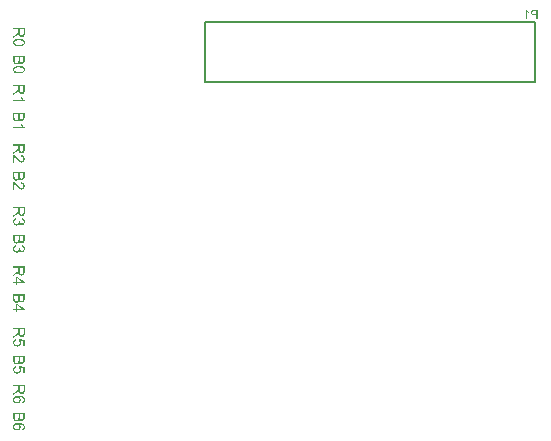
<source format=gto>
G04*
G04 #@! TF.GenerationSoftware,Altium Limited,Altium Designer,22.7.1 (60)*
G04*
G04 Layer_Color=65535*
%FSLAX25Y25*%
%MOIN*%
G70*
G04*
G04 #@! TF.SameCoordinates,3EC980D0-7658-4EA3-A3E4-A41FBE6F1EC8*
G04*
G04*
G04 #@! TF.FilePolarity,Positive*
G04*
G01*
G75*
%ADD10C,0.00787*%
G36*
X17502Y137226D02*
X17498Y137181D01*
Y137135D01*
X17494Y137081D01*
X17490Y137019D01*
X17477Y136894D01*
X17456Y136765D01*
X17431Y136640D01*
X17415Y136586D01*
X17398Y136532D01*
Y136528D01*
X17394Y136519D01*
X17386Y136507D01*
X17377Y136486D01*
X17352Y136436D01*
X17315Y136378D01*
X17265Y136307D01*
X17198Y136236D01*
X17123Y136166D01*
X17032Y136103D01*
X17028D01*
X17019Y136095D01*
X17007Y136087D01*
X16986Y136078D01*
X16961Y136066D01*
X16932Y136053D01*
X16899Y136037D01*
X16861Y136020D01*
X16774Y135991D01*
X16678Y135966D01*
X16570Y135949D01*
X16454Y135941D01*
X16450D01*
X16437D01*
X16412D01*
X16387Y135945D01*
X16350Y135949D01*
X16308Y135953D01*
X16262Y135962D01*
X16213Y135974D01*
X16104Y136008D01*
X16046Y136028D01*
X15988Y136053D01*
X15930Y136082D01*
X15871Y136120D01*
X15817Y136162D01*
X15763Y136207D01*
X15759Y136212D01*
X15751Y136220D01*
X15738Y136236D01*
X15717Y136257D01*
X15697Y136286D01*
X15672Y136320D01*
X15643Y136361D01*
X15613Y136411D01*
X15584Y136465D01*
X15555Y136523D01*
X15526Y136590D01*
X15497Y136665D01*
X15472Y136744D01*
X15447Y136831D01*
X15426Y136927D01*
X15410Y137027D01*
Y137023D01*
X15405Y137019D01*
X15393Y136994D01*
X15372Y136956D01*
X15347Y136910D01*
X15318Y136860D01*
X15289Y136811D01*
X15251Y136761D01*
X15218Y136719D01*
X15214Y136715D01*
X15210Y136711D01*
X15198Y136698D01*
X15181Y136681D01*
X15160Y136661D01*
X15135Y136636D01*
X15077Y136582D01*
X15002Y136519D01*
X14915Y136449D01*
X14815Y136374D01*
X14707Y136299D01*
X13662Y135633D01*
Y136270D01*
X14461Y136777D01*
X14465Y136781D01*
X14478Y136785D01*
X14494Y136798D01*
X14519Y136815D01*
X14548Y136831D01*
X14582Y136856D01*
X14657Y136906D01*
X14744Y136964D01*
X14831Y137023D01*
X14915Y137085D01*
X14989Y137143D01*
X14994D01*
X14998Y137152D01*
X15019Y137168D01*
X15052Y137193D01*
X15089Y137231D01*
X15131Y137268D01*
X15172Y137314D01*
X15214Y137360D01*
X15243Y137401D01*
X15247Y137405D01*
X15256Y137422D01*
X15268Y137443D01*
X15285Y137472D01*
X15301Y137509D01*
X15318Y137547D01*
X15335Y137588D01*
X15347Y137634D01*
Y137638D01*
X15351Y137651D01*
X15356Y137672D01*
X15360Y137701D01*
Y137742D01*
X15364Y137792D01*
X15368Y137850D01*
Y138504D01*
X13662D01*
Y139011D01*
X17502D01*
Y137226D01*
D02*
G37*
G36*
X15667Y135329D02*
X15726D01*
X15792Y135325D01*
X15867Y135321D01*
X15946Y135317D01*
X16034Y135309D01*
X16121Y135300D01*
X16304Y135275D01*
X16483Y135242D01*
X16570Y135221D01*
X16649Y135196D01*
X16654D01*
X16666Y135188D01*
X16691Y135180D01*
X16720Y135171D01*
X16753Y135155D01*
X16795Y135138D01*
X16837Y135117D01*
X16886Y135092D01*
X16990Y135034D01*
X17094Y134959D01*
X17198Y134876D01*
X17244Y134830D01*
X17290Y134780D01*
X17294Y134776D01*
X17298Y134768D01*
X17311Y134751D01*
X17323Y134731D01*
X17344Y134705D01*
X17361Y134672D01*
X17381Y134635D01*
X17402Y134589D01*
X17423Y134543D01*
X17444Y134489D01*
X17465Y134431D01*
X17481Y134373D01*
X17494Y134306D01*
X17506Y134236D01*
X17510Y134161D01*
X17515Y134086D01*
Y134036D01*
X17510Y134007D01*
X17506Y133977D01*
X17498Y133903D01*
X17485Y133819D01*
X17460Y133728D01*
X17431Y133636D01*
X17390Y133545D01*
Y133541D01*
X17386Y133532D01*
X17377Y133520D01*
X17365Y133503D01*
X17340Y133462D01*
X17298Y133408D01*
X17248Y133345D01*
X17186Y133283D01*
X17111Y133216D01*
X17028Y133158D01*
X17024D01*
X17015Y133150D01*
X17003Y133146D01*
X16986Y133133D01*
X16965Y133121D01*
X16936Y133104D01*
X16903Y133091D01*
X16870Y133071D01*
X16787Y133033D01*
X16691Y132996D01*
X16579Y132954D01*
X16458Y132921D01*
X16454D01*
X16441Y132917D01*
X16425Y132913D01*
X16396Y132908D01*
X16362Y132900D01*
X16321Y132892D01*
X16275Y132884D01*
X16221Y132875D01*
X16158Y132871D01*
X16092Y132863D01*
X16017Y132854D01*
X15938Y132846D01*
X15851Y132842D01*
X15759Y132838D01*
X15659Y132834D01*
X15555D01*
X15547D01*
X15526D01*
X15489D01*
X15443D01*
X15385Y132838D01*
X15322Y132842D01*
X15247Y132846D01*
X15168Y132850D01*
X15081Y132859D01*
X14994Y132867D01*
X14811Y132892D01*
X14632Y132929D01*
X14544Y132950D01*
X14465Y132975D01*
X14461D01*
X14449Y132983D01*
X14424Y132987D01*
X14399Y133000D01*
X14361Y133017D01*
X14324Y133033D01*
X14278Y133054D01*
X14228Y133079D01*
X14124Y133137D01*
X14020Y133208D01*
X13916Y133291D01*
X13870Y133341D01*
X13825Y133391D01*
X13821Y133395D01*
X13816Y133404D01*
X13804Y133420D01*
X13791Y133441D01*
X13775Y133466D01*
X13754Y133499D01*
X13733Y133537D01*
X13712Y133582D01*
X13691Y133628D01*
X13671Y133682D01*
X13654Y133736D01*
X13633Y133799D01*
X13621Y133865D01*
X13608Y133936D01*
X13604Y134007D01*
X13600Y134086D01*
Y134111D01*
X13604Y134140D01*
X13608Y134177D01*
X13612Y134223D01*
X13621Y134277D01*
X13633Y134335D01*
X13650Y134402D01*
X13671Y134468D01*
X13696Y134539D01*
X13729Y134614D01*
X13766Y134685D01*
X13812Y134756D01*
X13866Y134826D01*
X13925Y134893D01*
X13995Y134955D01*
X13999Y134959D01*
X14016Y134972D01*
X14045Y134988D01*
X14087Y135013D01*
X14141Y135043D01*
X14203Y135076D01*
X14282Y135109D01*
X14370Y135142D01*
X14474Y135180D01*
X14586Y135213D01*
X14715Y135246D01*
X14856Y135275D01*
X15010Y135300D01*
X15177Y135317D01*
X15360Y135329D01*
X15555Y135334D01*
X15563D01*
X15584D01*
X15622D01*
X15667Y135329D01*
D02*
G37*
G36*
X17440Y118227D02*
X17436Y118181D01*
Y118135D01*
X17431Y118081D01*
X17427Y118018D01*
X17415Y117894D01*
X17394Y117765D01*
X17369Y117640D01*
X17352Y117586D01*
X17336Y117532D01*
Y117528D01*
X17332Y117519D01*
X17323Y117507D01*
X17315Y117486D01*
X17290Y117436D01*
X17253Y117378D01*
X17203Y117307D01*
X17136Y117236D01*
X17061Y117166D01*
X16970Y117103D01*
X16965D01*
X16957Y117095D01*
X16945Y117087D01*
X16924Y117078D01*
X16899Y117066D01*
X16870Y117053D01*
X16837Y117037D01*
X16799Y117020D01*
X16712Y116991D01*
X16616Y116966D01*
X16508Y116949D01*
X16391Y116941D01*
X16387D01*
X16375D01*
X16350D01*
X16325Y116945D01*
X16287Y116949D01*
X16246Y116954D01*
X16200Y116962D01*
X16150Y116974D01*
X16042Y117008D01*
X15984Y117028D01*
X15925Y117053D01*
X15867Y117083D01*
X15809Y117120D01*
X15755Y117162D01*
X15701Y117207D01*
X15697Y117211D01*
X15688Y117220D01*
X15676Y117236D01*
X15655Y117257D01*
X15634Y117286D01*
X15609Y117320D01*
X15580Y117361D01*
X15551Y117411D01*
X15522Y117465D01*
X15493Y117524D01*
X15464Y117590D01*
X15435Y117665D01*
X15410Y117744D01*
X15385Y117831D01*
X15364Y117927D01*
X15347Y118027D01*
Y118023D01*
X15343Y118018D01*
X15331Y117994D01*
X15310Y117956D01*
X15285Y117910D01*
X15256Y117860D01*
X15227Y117810D01*
X15189Y117761D01*
X15156Y117719D01*
X15152Y117715D01*
X15147Y117711D01*
X15135Y117698D01*
X15118Y117682D01*
X15098Y117661D01*
X15073Y117636D01*
X15014Y117582D01*
X14940Y117519D01*
X14852Y117449D01*
X14752Y117374D01*
X14644Y117299D01*
X13600Y116633D01*
Y117270D01*
X14399Y117777D01*
X14403Y117781D01*
X14415Y117786D01*
X14432Y117798D01*
X14457Y117815D01*
X14486Y117831D01*
X14519Y117856D01*
X14594Y117906D01*
X14682Y117964D01*
X14769Y118023D01*
X14852Y118085D01*
X14927Y118143D01*
X14931D01*
X14935Y118152D01*
X14956Y118168D01*
X14989Y118193D01*
X15027Y118231D01*
X15068Y118268D01*
X15110Y118314D01*
X15152Y118360D01*
X15181Y118401D01*
X15185Y118405D01*
X15193Y118422D01*
X15206Y118443D01*
X15222Y118472D01*
X15239Y118509D01*
X15256Y118547D01*
X15272Y118588D01*
X15285Y118634D01*
Y118638D01*
X15289Y118651D01*
X15293Y118672D01*
X15297Y118701D01*
Y118742D01*
X15301Y118792D01*
X15306Y118851D01*
Y119504D01*
X13600D01*
Y120011D01*
X17440D01*
Y118227D01*
D02*
G37*
G36*
X16491Y115972D02*
X16495Y115959D01*
X16508Y115938D01*
X16520Y115909D01*
X16537Y115876D01*
X16562Y115834D01*
X16587Y115789D01*
X16612Y115743D01*
X16678Y115635D01*
X16758Y115518D01*
X16841Y115398D01*
X16936Y115285D01*
X16940Y115281D01*
X16949Y115273D01*
X16961Y115256D01*
X16982Y115235D01*
X17007Y115215D01*
X17032Y115185D01*
X17103Y115123D01*
X17178Y115052D01*
X17265Y114982D01*
X17357Y114919D01*
X17452Y114865D01*
Y114562D01*
X13600D01*
Y115032D01*
X16599D01*
X16591Y115040D01*
X16570Y115061D01*
X16541Y115098D01*
X16499Y115152D01*
X16450Y115215D01*
X16396Y115294D01*
X16337Y115381D01*
X16275Y115481D01*
Y115485D01*
X16267Y115493D01*
X16258Y115506D01*
X16250Y115527D01*
X16233Y115552D01*
X16221Y115581D01*
X16183Y115647D01*
X16146Y115722D01*
X16104Y115805D01*
X16067Y115893D01*
X16034Y115976D01*
X16487D01*
X16491Y115972D01*
D02*
G37*
G36*
X17440Y98490D02*
X17436Y98444D01*
Y98399D01*
X17431Y98344D01*
X17427Y98282D01*
X17415Y98157D01*
X17394Y98028D01*
X17369Y97904D01*
X17352Y97849D01*
X17336Y97795D01*
Y97791D01*
X17332Y97783D01*
X17323Y97770D01*
X17315Y97750D01*
X17290Y97700D01*
X17253Y97641D01*
X17203Y97571D01*
X17136Y97500D01*
X17061Y97429D01*
X16970Y97367D01*
X16965D01*
X16957Y97359D01*
X16945Y97350D01*
X16924Y97342D01*
X16899Y97329D01*
X16870Y97317D01*
X16837Y97300D01*
X16799Y97284D01*
X16712Y97255D01*
X16616Y97230D01*
X16508Y97213D01*
X16391Y97205D01*
X16387D01*
X16375D01*
X16350D01*
X16325Y97209D01*
X16287Y97213D01*
X16246Y97217D01*
X16200Y97225D01*
X16150Y97238D01*
X16042Y97271D01*
X15984Y97292D01*
X15925Y97317D01*
X15867Y97346D01*
X15809Y97383D01*
X15755Y97425D01*
X15701Y97471D01*
X15697Y97475D01*
X15688Y97483D01*
X15676Y97500D01*
X15655Y97521D01*
X15634Y97550D01*
X15609Y97583D01*
X15580Y97625D01*
X15551Y97675D01*
X15522Y97729D01*
X15493Y97787D01*
X15464Y97854D01*
X15435Y97928D01*
X15410Y98008D01*
X15385Y98095D01*
X15364Y98190D01*
X15347Y98290D01*
Y98286D01*
X15343Y98282D01*
X15331Y98257D01*
X15310Y98220D01*
X15285Y98174D01*
X15256Y98124D01*
X15227Y98074D01*
X15189Y98024D01*
X15156Y97983D01*
X15152Y97978D01*
X15147Y97974D01*
X15135Y97962D01*
X15118Y97945D01*
X15098Y97924D01*
X15073Y97899D01*
X15014Y97845D01*
X14940Y97783D01*
X14852Y97712D01*
X14752Y97637D01*
X14644Y97562D01*
X13600Y96897D01*
Y97533D01*
X14399Y98041D01*
X14403Y98045D01*
X14415Y98049D01*
X14432Y98062D01*
X14457Y98078D01*
X14486Y98095D01*
X14519Y98120D01*
X14594Y98170D01*
X14682Y98228D01*
X14769Y98286D01*
X14852Y98349D01*
X14927Y98407D01*
X14931D01*
X14935Y98415D01*
X14956Y98432D01*
X14989Y98457D01*
X15027Y98494D01*
X15068Y98532D01*
X15110Y98577D01*
X15152Y98623D01*
X15181Y98665D01*
X15185Y98669D01*
X15193Y98686D01*
X15206Y98706D01*
X15222Y98735D01*
X15239Y98773D01*
X15256Y98810D01*
X15272Y98852D01*
X15285Y98898D01*
Y98902D01*
X15289Y98914D01*
X15293Y98935D01*
X15297Y98964D01*
Y99006D01*
X15301Y99056D01*
X15306Y99114D01*
Y99767D01*
X13600D01*
Y100275D01*
X17440D01*
Y98490D01*
D02*
G37*
G36*
X13704Y96660D02*
X13754Y96655D01*
X13808Y96643D01*
X13866Y96631D01*
X13925Y96610D01*
X13929D01*
X13937Y96606D01*
X13949Y96601D01*
X13970Y96593D01*
X13991Y96581D01*
X14020Y96568D01*
X14087Y96535D01*
X14166Y96493D01*
X14253Y96439D01*
X14345Y96377D01*
X14436Y96302D01*
X14440Y96298D01*
X14449Y96294D01*
X14461Y96281D01*
X14482Y96260D01*
X14503Y96240D01*
X14532Y96210D01*
X14565Y96181D01*
X14603Y96144D01*
X14644Y96102D01*
X14686Y96056D01*
X14736Y96007D01*
X14786Y95948D01*
X14840Y95890D01*
X14894Y95824D01*
X14952Y95757D01*
X15014Y95682D01*
X15019Y95674D01*
X15039Y95653D01*
X15064Y95624D01*
X15102Y95582D01*
X15143Y95532D01*
X15193Y95474D01*
X15247Y95407D01*
X15310Y95341D01*
X15439Y95200D01*
X15576Y95062D01*
X15643Y94996D01*
X15709Y94933D01*
X15771Y94879D01*
X15830Y94833D01*
X15834Y94829D01*
X15842Y94825D01*
X15859Y94813D01*
X15880Y94800D01*
X15909Y94779D01*
X15938Y94763D01*
X16013Y94721D01*
X16100Y94679D01*
X16196Y94642D01*
X16296Y94617D01*
X16346Y94613D01*
X16396Y94609D01*
X16400D01*
X16408D01*
X16425D01*
X16441Y94613D01*
X16466D01*
X16495Y94621D01*
X16558Y94634D01*
X16633Y94659D01*
X16712Y94696D01*
X16753Y94717D01*
X16791Y94746D01*
X16828Y94775D01*
X16866Y94813D01*
X16870Y94817D01*
X16874Y94821D01*
X16882Y94833D01*
X16895Y94850D01*
X16911Y94871D01*
X16928Y94896D01*
X16965Y94954D01*
X16999Y95033D01*
X17032Y95121D01*
X17053Y95224D01*
X17061Y95283D01*
Y95374D01*
X17057Y95399D01*
Y95428D01*
X17049Y95462D01*
X17036Y95537D01*
X17011Y95624D01*
X16974Y95715D01*
X16949Y95761D01*
X16924Y95807D01*
X16891Y95849D01*
X16853Y95890D01*
X16849Y95894D01*
X16845Y95898D01*
X16832Y95907D01*
X16816Y95923D01*
X16795Y95936D01*
X16770Y95952D01*
X16741Y95973D01*
X16707Y95990D01*
X16670Y96011D01*
X16628Y96027D01*
X16529Y96061D01*
X16420Y96086D01*
X16358Y96090D01*
X16292Y96094D01*
X16341Y96576D01*
X16350D01*
X16366Y96572D01*
X16391Y96568D01*
X16429Y96564D01*
X16475Y96556D01*
X16529Y96543D01*
X16587Y96531D01*
X16649Y96510D01*
X16712Y96489D01*
X16782Y96464D01*
X16849Y96431D01*
X16916Y96398D01*
X16986Y96356D01*
X17049Y96310D01*
X17111Y96260D01*
X17165Y96202D01*
X17169Y96198D01*
X17178Y96185D01*
X17190Y96169D01*
X17211Y96144D01*
X17232Y96110D01*
X17257Y96069D01*
X17282Y96023D01*
X17311Y95969D01*
X17336Y95911D01*
X17361Y95844D01*
X17386Y95774D01*
X17406Y95695D01*
X17427Y95611D01*
X17440Y95524D01*
X17448Y95428D01*
X17452Y95328D01*
Y95274D01*
X17448Y95237D01*
X17444Y95191D01*
X17436Y95137D01*
X17427Y95075D01*
X17415Y95012D01*
X17398Y94942D01*
X17377Y94871D01*
X17352Y94796D01*
X17323Y94725D01*
X17286Y94650D01*
X17244Y94580D01*
X17198Y94513D01*
X17144Y94451D01*
X17140Y94446D01*
X17132Y94438D01*
X17111Y94422D01*
X17090Y94401D01*
X17061Y94376D01*
X17024Y94347D01*
X16982Y94318D01*
X16932Y94288D01*
X16882Y94259D01*
X16824Y94230D01*
X16762Y94201D01*
X16695Y94176D01*
X16620Y94155D01*
X16545Y94139D01*
X16466Y94130D01*
X16383Y94126D01*
X16379D01*
X16375D01*
X16362D01*
X16346D01*
X16300Y94130D01*
X16242Y94139D01*
X16171Y94151D01*
X16096Y94168D01*
X16013Y94189D01*
X15930Y94222D01*
X15925D01*
X15921Y94226D01*
X15909Y94230D01*
X15892Y94239D01*
X15846Y94263D01*
X15788Y94297D01*
X15717Y94342D01*
X15638Y94397D01*
X15555Y94459D01*
X15464Y94538D01*
X15460Y94542D01*
X15451Y94546D01*
X15439Y94563D01*
X15418Y94580D01*
X15393Y94605D01*
X15364Y94634D01*
X15326Y94667D01*
X15289Y94709D01*
X15243Y94758D01*
X15193Y94813D01*
X15135Y94871D01*
X15077Y94937D01*
X15010Y95008D01*
X14944Y95087D01*
X14869Y95174D01*
X14790Y95266D01*
X14786Y95270D01*
X14773Y95283D01*
X14757Y95308D01*
X14731Y95333D01*
X14702Y95370D01*
X14669Y95407D01*
X14594Y95495D01*
X14515Y95586D01*
X14432Y95674D01*
X14395Y95715D01*
X14361Y95753D01*
X14328Y95786D01*
X14303Y95811D01*
X14299Y95815D01*
X14282Y95832D01*
X14257Y95853D01*
X14224Y95882D01*
X14187Y95915D01*
X14145Y95948D01*
X14053Y96015D01*
Y94122D01*
X13600D01*
Y96664D01*
X13608D01*
X13629D01*
X13662D01*
X13704Y96660D01*
D02*
G37*
G36*
X17506Y77521D02*
X17502Y77475D01*
Y77429D01*
X17498Y77375D01*
X17494Y77313D01*
X17481Y77188D01*
X17460Y77059D01*
X17436Y76934D01*
X17419Y76880D01*
X17402Y76826D01*
Y76822D01*
X17398Y76814D01*
X17390Y76801D01*
X17381Y76780D01*
X17357Y76730D01*
X17319Y76672D01*
X17269Y76601D01*
X17203Y76531D01*
X17128Y76460D01*
X17036Y76398D01*
X17032D01*
X17024Y76389D01*
X17011Y76381D01*
X16990Y76373D01*
X16965Y76360D01*
X16936Y76348D01*
X16903Y76331D01*
X16866Y76314D01*
X16778Y76285D01*
X16683Y76260D01*
X16574Y76244D01*
X16458Y76235D01*
X16454D01*
X16441D01*
X16416D01*
X16391Y76240D01*
X16354Y76244D01*
X16312Y76248D01*
X16267Y76256D01*
X16217Y76269D01*
X16108Y76302D01*
X16050Y76323D01*
X15992Y76348D01*
X15934Y76377D01*
X15876Y76414D01*
X15821Y76456D01*
X15767Y76502D01*
X15763Y76506D01*
X15755Y76514D01*
X15742Y76531D01*
X15722Y76552D01*
X15701Y76581D01*
X15676Y76614D01*
X15647Y76656D01*
X15618Y76705D01*
X15588Y76759D01*
X15559Y76818D01*
X15530Y76884D01*
X15501Y76959D01*
X15476Y77038D01*
X15451Y77126D01*
X15430Y77221D01*
X15414Y77321D01*
Y77317D01*
X15410Y77313D01*
X15397Y77288D01*
X15376Y77250D01*
X15351Y77205D01*
X15322Y77155D01*
X15293Y77105D01*
X15256Y77055D01*
X15222Y77013D01*
X15218Y77009D01*
X15214Y77005D01*
X15202Y76992D01*
X15185Y76976D01*
X15164Y76955D01*
X15139Y76930D01*
X15081Y76876D01*
X15006Y76814D01*
X14919Y76743D01*
X14819Y76668D01*
X14711Y76593D01*
X13667Y75928D01*
Y76564D01*
X14465Y77071D01*
X14469Y77076D01*
X14482Y77080D01*
X14499Y77092D01*
X14524Y77109D01*
X14553Y77126D01*
X14586Y77151D01*
X14661Y77201D01*
X14748Y77259D01*
X14836Y77317D01*
X14919Y77379D01*
X14994Y77438D01*
X14998D01*
X15002Y77446D01*
X15023Y77463D01*
X15056Y77487D01*
X15093Y77525D01*
X15135Y77562D01*
X15177Y77608D01*
X15218Y77654D01*
X15247Y77696D01*
X15251Y77700D01*
X15260Y77716D01*
X15272Y77737D01*
X15289Y77766D01*
X15306Y77804D01*
X15322Y77841D01*
X15339Y77883D01*
X15351Y77929D01*
Y77933D01*
X15356Y77945D01*
X15360Y77966D01*
X15364Y77995D01*
Y78037D01*
X15368Y78087D01*
X15372Y78145D01*
Y78798D01*
X13667D01*
Y79305D01*
X17506D01*
Y77521D01*
D02*
G37*
G36*
X14744Y75158D02*
X14740D01*
X14727Y75154D01*
X14707Y75150D01*
X14677Y75141D01*
X14644Y75133D01*
X14607Y75125D01*
X14519Y75095D01*
X14424Y75058D01*
X14328Y75012D01*
X14241Y74954D01*
X14203Y74921D01*
X14166Y74888D01*
Y74883D01*
X14157Y74879D01*
X14149Y74867D01*
X14137Y74854D01*
X14112Y74813D01*
X14078Y74754D01*
X14045Y74684D01*
X14020Y74605D01*
X13999Y74509D01*
X13991Y74409D01*
Y74376D01*
X13995Y74351D01*
X13999Y74326D01*
X14004Y74288D01*
X14020Y74214D01*
X14045Y74122D01*
X14087Y74026D01*
X14116Y73981D01*
X14145Y73935D01*
X14178Y73889D01*
X14220Y73843D01*
X14224Y73839D01*
X14232Y73835D01*
X14245Y73823D01*
X14261Y73806D01*
X14282Y73789D01*
X14311Y73773D01*
X14341Y73752D01*
X14378Y73727D01*
X14461Y73685D01*
X14557Y73652D01*
X14669Y73623D01*
X14727Y73619D01*
X14790Y73615D01*
X14794D01*
X14802D01*
X14823D01*
X14844Y73619D01*
X14873Y73623D01*
X14902Y73627D01*
X14977Y73640D01*
X15064Y73669D01*
X15152Y73706D01*
X15198Y73731D01*
X15239Y73760D01*
X15281Y73793D01*
X15322Y73831D01*
X15326Y73835D01*
X15331Y73839D01*
X15343Y73852D01*
X15356Y73868D01*
X15372Y73889D01*
X15389Y73914D01*
X15430Y73976D01*
X15468Y74055D01*
X15501Y74147D01*
X15526Y74251D01*
X15530Y74309D01*
X15534Y74367D01*
Y74392D01*
X15530Y74422D01*
Y74459D01*
X15522Y74509D01*
X15514Y74563D01*
X15501Y74630D01*
X15484Y74700D01*
X15896Y74650D01*
Y74642D01*
X15892Y74621D01*
X15888Y74596D01*
Y74542D01*
X15892Y74521D01*
Y74492D01*
X15896Y74463D01*
X15909Y74392D01*
X15925Y74309D01*
X15955Y74218D01*
X15992Y74122D01*
X16046Y74031D01*
Y74026D01*
X16054Y74018D01*
X16063Y74010D01*
X16075Y73993D01*
X16113Y73952D01*
X16167Y73906D01*
X16233Y73864D01*
X16317Y73823D01*
X16362Y73806D01*
X16416Y73798D01*
X16470Y73789D01*
X16529Y73785D01*
X16533D01*
X16541D01*
X16554D01*
X16574Y73789D01*
X16620Y73793D01*
X16683Y73806D01*
X16749Y73827D01*
X16820Y73860D01*
X16895Y73906D01*
X16928Y73931D01*
X16961Y73964D01*
X16970Y73972D01*
X16986Y73997D01*
X17015Y74035D01*
X17049Y74085D01*
X17078Y74151D01*
X17107Y74230D01*
X17123Y74318D01*
X17132Y74417D01*
Y74442D01*
X17128Y74463D01*
Y74488D01*
X17123Y74513D01*
X17111Y74580D01*
X17090Y74650D01*
X17057Y74729D01*
X17015Y74804D01*
X16957Y74879D01*
X16949Y74888D01*
X16924Y74908D01*
X16886Y74942D01*
X16828Y74975D01*
X16758Y75016D01*
X16666Y75054D01*
X16562Y75087D01*
X16441Y75112D01*
X16524Y75582D01*
X16529D01*
X16545Y75578D01*
X16570Y75574D01*
X16603Y75566D01*
X16641Y75553D01*
X16687Y75541D01*
X16737Y75524D01*
X16791Y75503D01*
X16911Y75449D01*
X16970Y75420D01*
X17032Y75383D01*
X17090Y75341D01*
X17149Y75295D01*
X17207Y75245D01*
X17257Y75191D01*
X17261Y75187D01*
X17269Y75179D01*
X17282Y75158D01*
X17298Y75137D01*
X17319Y75104D01*
X17340Y75071D01*
X17365Y75029D01*
X17390Y74979D01*
X17411Y74929D01*
X17436Y74871D01*
X17456Y74809D01*
X17477Y74742D01*
X17494Y74667D01*
X17506Y74592D01*
X17515Y74513D01*
X17519Y74430D01*
Y74376D01*
X17515Y74347D01*
X17510Y74318D01*
X17502Y74239D01*
X17485Y74151D01*
X17460Y74051D01*
X17427Y73952D01*
X17381Y73852D01*
Y73848D01*
X17377Y73839D01*
X17369Y73827D01*
X17357Y73806D01*
X17327Y73760D01*
X17286Y73702D01*
X17232Y73635D01*
X17169Y73569D01*
X17099Y73502D01*
X17015Y73444D01*
X17011D01*
X17007Y73440D01*
X16990Y73431D01*
X16974Y73423D01*
X16953Y73411D01*
X16928Y73398D01*
X16866Y73373D01*
X16791Y73348D01*
X16707Y73323D01*
X16616Y73307D01*
X16520Y73303D01*
X16516D01*
X16508D01*
X16495D01*
X16479D01*
X16429Y73311D01*
X16371Y73319D01*
X16300Y73336D01*
X16225Y73361D01*
X16146Y73394D01*
X16067Y73440D01*
X16063D01*
X16059Y73444D01*
X16034Y73465D01*
X15996Y73494D01*
X15950Y73540D01*
X15896Y73594D01*
X15842Y73664D01*
X15792Y73743D01*
X15742Y73835D01*
Y73831D01*
X15738Y73818D01*
X15734Y73802D01*
X15726Y73777D01*
X15717Y73752D01*
X15705Y73719D01*
X15672Y73640D01*
X15626Y73556D01*
X15572Y73469D01*
X15501Y73382D01*
X15414Y73307D01*
X15410Y73303D01*
X15401Y73298D01*
X15389Y73290D01*
X15368Y73278D01*
X15347Y73261D01*
X15318Y73244D01*
X15285Y73228D01*
X15243Y73211D01*
X15202Y73194D01*
X15156Y73178D01*
X15052Y73145D01*
X14931Y73124D01*
X14865Y73115D01*
X14798D01*
X14794D01*
X14777D01*
X14748Y73119D01*
X14715D01*
X14669Y73128D01*
X14619Y73136D01*
X14565Y73145D01*
X14503Y73161D01*
X14436Y73182D01*
X14370Y73207D01*
X14299Y73236D01*
X14228Y73273D01*
X14153Y73315D01*
X14083Y73365D01*
X14012Y73419D01*
X13945Y73486D01*
X13941Y73490D01*
X13929Y73502D01*
X13912Y73523D01*
X13891Y73552D01*
X13866Y73585D01*
X13837Y73631D01*
X13804Y73681D01*
X13775Y73739D01*
X13742Y73802D01*
X13708Y73873D01*
X13679Y73947D01*
X13654Y74031D01*
X13633Y74118D01*
X13617Y74209D01*
X13604Y74305D01*
X13600Y74409D01*
Y74430D01*
X13604Y74459D01*
Y74492D01*
X13608Y74538D01*
X13617Y74588D01*
X13625Y74642D01*
X13637Y74704D01*
X13654Y74771D01*
X13675Y74838D01*
X13696Y74908D01*
X13725Y74979D01*
X13762Y75050D01*
X13800Y75116D01*
X13845Y75187D01*
X13900Y75249D01*
X13904Y75254D01*
X13912Y75262D01*
X13929Y75279D01*
X13954Y75304D01*
X13983Y75328D01*
X14020Y75358D01*
X14062Y75387D01*
X14112Y75420D01*
X14162Y75453D01*
X14224Y75487D01*
X14286Y75520D01*
X14357Y75549D01*
X14432Y75574D01*
X14511Y75599D01*
X14594Y75616D01*
X14682Y75628D01*
X14744Y75158D01*
D02*
G37*
G36*
X17440Y57727D02*
X17436Y57681D01*
Y57635D01*
X17431Y57581D01*
X17427Y57519D01*
X17415Y57394D01*
X17394Y57265D01*
X17369Y57140D01*
X17352Y57086D01*
X17336Y57032D01*
Y57028D01*
X17332Y57019D01*
X17323Y57007D01*
X17315Y56986D01*
X17290Y56936D01*
X17253Y56878D01*
X17203Y56807D01*
X17136Y56736D01*
X17061Y56666D01*
X16970Y56603D01*
X16965D01*
X16957Y56595D01*
X16945Y56587D01*
X16924Y56578D01*
X16899Y56566D01*
X16870Y56553D01*
X16837Y56537D01*
X16799Y56520D01*
X16712Y56491D01*
X16616Y56466D01*
X16508Y56449D01*
X16391Y56441D01*
X16387D01*
X16375D01*
X16350D01*
X16325Y56445D01*
X16287Y56449D01*
X16246Y56454D01*
X16200Y56462D01*
X16150Y56474D01*
X16042Y56508D01*
X15984Y56528D01*
X15925Y56553D01*
X15867Y56582D01*
X15809Y56620D01*
X15755Y56661D01*
X15701Y56707D01*
X15697Y56712D01*
X15688Y56720D01*
X15676Y56736D01*
X15655Y56757D01*
X15634Y56786D01*
X15609Y56820D01*
X15580Y56861D01*
X15551Y56911D01*
X15522Y56965D01*
X15493Y57024D01*
X15464Y57090D01*
X15435Y57165D01*
X15410Y57244D01*
X15385Y57331D01*
X15364Y57427D01*
X15347Y57527D01*
Y57523D01*
X15343Y57519D01*
X15331Y57494D01*
X15310Y57456D01*
X15285Y57410D01*
X15256Y57360D01*
X15227Y57310D01*
X15189Y57261D01*
X15156Y57219D01*
X15152Y57215D01*
X15147Y57211D01*
X15135Y57198D01*
X15118Y57182D01*
X15098Y57161D01*
X15073Y57136D01*
X15014Y57082D01*
X14940Y57019D01*
X14852Y56949D01*
X14752Y56874D01*
X14644Y56799D01*
X13600Y56133D01*
Y56770D01*
X14399Y57277D01*
X14403Y57281D01*
X14415Y57286D01*
X14432Y57298D01*
X14457Y57315D01*
X14486Y57331D01*
X14519Y57356D01*
X14594Y57406D01*
X14682Y57464D01*
X14769Y57523D01*
X14852Y57585D01*
X14927Y57643D01*
X14931D01*
X14935Y57652D01*
X14956Y57668D01*
X14989Y57693D01*
X15027Y57731D01*
X15068Y57768D01*
X15110Y57814D01*
X15152Y57860D01*
X15181Y57901D01*
X15185Y57905D01*
X15193Y57922D01*
X15206Y57943D01*
X15222Y57972D01*
X15239Y58009D01*
X15256Y58047D01*
X15272Y58088D01*
X15285Y58134D01*
Y58138D01*
X15289Y58151D01*
X15293Y58172D01*
X15297Y58201D01*
Y58242D01*
X15301Y58292D01*
X15306Y58350D01*
Y59004D01*
X13600D01*
Y59511D01*
X17440D01*
Y57727D01*
D02*
G37*
G36*
Y54240D02*
Y53853D01*
X14952D01*
Y53334D01*
X14519D01*
Y53853D01*
X13600D01*
Y54324D01*
X14519D01*
Y55996D01*
X14952D01*
X17440Y54240D01*
D02*
G37*
G36*
X17502Y37227D02*
X17498Y37181D01*
Y37135D01*
X17494Y37081D01*
X17490Y37018D01*
X17477Y36894D01*
X17456Y36765D01*
X17431Y36640D01*
X17415Y36586D01*
X17398Y36532D01*
Y36528D01*
X17394Y36519D01*
X17386Y36507D01*
X17377Y36486D01*
X17352Y36436D01*
X17315Y36378D01*
X17265Y36307D01*
X17198Y36236D01*
X17123Y36166D01*
X17032Y36103D01*
X17028D01*
X17019Y36095D01*
X17007Y36087D01*
X16986Y36078D01*
X16961Y36066D01*
X16932Y36053D01*
X16899Y36037D01*
X16861Y36020D01*
X16774Y35991D01*
X16678Y35966D01*
X16570Y35949D01*
X16454Y35941D01*
X16450D01*
X16437D01*
X16412D01*
X16387Y35945D01*
X16350Y35949D01*
X16308Y35954D01*
X16262Y35962D01*
X16213Y35974D01*
X16104Y36008D01*
X16046Y36028D01*
X15988Y36053D01*
X15930Y36083D01*
X15871Y36120D01*
X15817Y36162D01*
X15763Y36207D01*
X15759Y36211D01*
X15751Y36220D01*
X15738Y36236D01*
X15717Y36257D01*
X15697Y36286D01*
X15672Y36320D01*
X15643Y36361D01*
X15613Y36411D01*
X15584Y36465D01*
X15555Y36524D01*
X15526Y36590D01*
X15497Y36665D01*
X15472Y36744D01*
X15447Y36831D01*
X15426Y36927D01*
X15410Y37027D01*
Y37023D01*
X15405Y37018D01*
X15393Y36994D01*
X15372Y36956D01*
X15347Y36910D01*
X15318Y36860D01*
X15289Y36810D01*
X15251Y36761D01*
X15218Y36719D01*
X15214Y36715D01*
X15210Y36711D01*
X15198Y36698D01*
X15181Y36682D01*
X15160Y36661D01*
X15135Y36636D01*
X15077Y36582D01*
X15002Y36519D01*
X14915Y36449D01*
X14815Y36374D01*
X14707Y36299D01*
X13662Y35633D01*
Y36270D01*
X14461Y36777D01*
X14465Y36781D01*
X14478Y36786D01*
X14494Y36798D01*
X14519Y36815D01*
X14548Y36831D01*
X14582Y36856D01*
X14657Y36906D01*
X14744Y36964D01*
X14831Y37023D01*
X14915Y37085D01*
X14989Y37143D01*
X14994D01*
X14998Y37152D01*
X15019Y37168D01*
X15052Y37193D01*
X15089Y37231D01*
X15131Y37268D01*
X15172Y37314D01*
X15214Y37360D01*
X15243Y37401D01*
X15247Y37405D01*
X15256Y37422D01*
X15268Y37443D01*
X15285Y37472D01*
X15301Y37509D01*
X15318Y37547D01*
X15335Y37588D01*
X15347Y37634D01*
Y37638D01*
X15351Y37651D01*
X15356Y37672D01*
X15360Y37701D01*
Y37742D01*
X15364Y37792D01*
X15368Y37850D01*
Y38504D01*
X13662D01*
Y39011D01*
X17502D01*
Y37227D01*
D02*
G37*
G36*
X14707Y34839D02*
X14702D01*
X14690Y34835D01*
X14673Y34830D01*
X14648Y34826D01*
X14619Y34822D01*
X14582Y34810D01*
X14503Y34789D01*
X14415Y34756D01*
X14324Y34710D01*
X14241Y34656D01*
X14203Y34622D01*
X14166Y34589D01*
Y34585D01*
X14157Y34581D01*
X14149Y34568D01*
X14137Y34552D01*
X14108Y34510D01*
X14078Y34452D01*
X14045Y34381D01*
X14016Y34298D01*
X13995Y34206D01*
X13991Y34156D01*
X13987Y34102D01*
Y34069D01*
X13991Y34044D01*
X13995Y34015D01*
X13999Y33982D01*
X14020Y33903D01*
X14049Y33811D01*
X14070Y33765D01*
X14095Y33716D01*
X14124Y33666D01*
X14157Y33620D01*
X14195Y33574D01*
X14241Y33528D01*
X14245Y33524D01*
X14253Y33520D01*
X14266Y33507D01*
X14286Y33491D01*
X14315Y33474D01*
X14345Y33453D01*
X14382Y33433D01*
X14424Y33408D01*
X14469Y33387D01*
X14519Y33366D01*
X14578Y33345D01*
X14636Y33329D01*
X14702Y33312D01*
X14773Y33299D01*
X14844Y33295D01*
X14923Y33291D01*
X14927D01*
X14940D01*
X14960D01*
X14989Y33295D01*
X15023Y33299D01*
X15064Y33304D01*
X15106Y33312D01*
X15156Y33320D01*
X15256Y33345D01*
X15364Y33387D01*
X15414Y33412D01*
X15464Y33445D01*
X15514Y33478D01*
X15559Y33520D01*
X15563Y33524D01*
X15568Y33528D01*
X15580Y33545D01*
X15597Y33562D01*
X15613Y33582D01*
X15634Y33612D01*
X15655Y33641D01*
X15680Y33678D01*
X15701Y33720D01*
X15722Y33761D01*
X15759Y33865D01*
X15776Y33919D01*
X15788Y33982D01*
X15792Y34044D01*
X15797Y34111D01*
Y34148D01*
X15792Y34194D01*
X15784Y34248D01*
X15771Y34315D01*
X15751Y34385D01*
X15726Y34456D01*
X15688Y34527D01*
X15684Y34535D01*
X15672Y34556D01*
X15647Y34589D01*
X15618Y34631D01*
X15576Y34672D01*
X15530Y34722D01*
X15476Y34768D01*
X15418Y34810D01*
X15480Y35250D01*
X17452Y34880D01*
Y32971D01*
X17003D01*
Y34506D01*
X15971Y34710D01*
X15975Y34705D01*
X15984Y34693D01*
X15992Y34676D01*
X16009Y34651D01*
X16025Y34618D01*
X16046Y34581D01*
X16071Y34539D01*
X16092Y34489D01*
X16113Y34439D01*
X16138Y34381D01*
X16175Y34260D01*
X16192Y34194D01*
X16204Y34127D01*
X16208Y34057D01*
X16213Y33986D01*
Y33965D01*
X16208Y33936D01*
Y33903D01*
X16200Y33861D01*
X16196Y33811D01*
X16183Y33753D01*
X16171Y33695D01*
X16150Y33628D01*
X16129Y33562D01*
X16100Y33491D01*
X16067Y33420D01*
X16025Y33349D01*
X15980Y33279D01*
X15925Y33208D01*
X15863Y33141D01*
X15859Y33137D01*
X15846Y33125D01*
X15826Y33108D01*
X15801Y33087D01*
X15767Y33058D01*
X15722Y33029D01*
X15676Y33000D01*
X15622Y32967D01*
X15559Y32933D01*
X15489Y32904D01*
X15418Y32871D01*
X15335Y32846D01*
X15251Y32825D01*
X15160Y32809D01*
X15064Y32796D01*
X14965Y32792D01*
X14960D01*
X14940D01*
X14915D01*
X14877Y32796D01*
X14831Y32800D01*
X14782Y32809D01*
X14723Y32817D01*
X14657Y32829D01*
X14590Y32846D01*
X14515Y32867D01*
X14440Y32892D01*
X14366Y32921D01*
X14291Y32954D01*
X14211Y32996D01*
X14137Y33042D01*
X14066Y33096D01*
X14062Y33100D01*
X14045Y33112D01*
X14024Y33133D01*
X13995Y33162D01*
X13958Y33200D01*
X13920Y33245D01*
X13875Y33299D01*
X13833Y33362D01*
X13791Y33428D01*
X13746Y33503D01*
X13708Y33586D01*
X13675Y33678D01*
X13642Y33774D01*
X13621Y33878D01*
X13604Y33986D01*
X13600Y34102D01*
Y34152D01*
X13604Y34190D01*
X13608Y34236D01*
X13617Y34285D01*
X13625Y34344D01*
X13637Y34406D01*
X13650Y34473D01*
X13671Y34543D01*
X13696Y34614D01*
X13725Y34685D01*
X13758Y34756D01*
X13795Y34826D01*
X13841Y34893D01*
X13891Y34959D01*
X13895Y34964D01*
X13904Y34972D01*
X13920Y34988D01*
X13945Y35009D01*
X13974Y35038D01*
X14008Y35067D01*
X14049Y35097D01*
X14099Y35130D01*
X14149Y35163D01*
X14207Y35196D01*
X14274Y35225D01*
X14341Y35255D01*
X14415Y35284D01*
X14494Y35305D01*
X14582Y35321D01*
X14669Y35334D01*
X14707Y34839D01*
D02*
G37*
G36*
X17502Y18226D02*
X17498Y18181D01*
Y18135D01*
X17494Y18081D01*
X17490Y18019D01*
X17477Y17894D01*
X17456Y17765D01*
X17431Y17640D01*
X17415Y17586D01*
X17398Y17532D01*
Y17528D01*
X17394Y17519D01*
X17386Y17507D01*
X17377Y17486D01*
X17352Y17436D01*
X17315Y17378D01*
X17265Y17307D01*
X17198Y17236D01*
X17123Y17166D01*
X17032Y17103D01*
X17028D01*
X17019Y17095D01*
X17007Y17087D01*
X16986Y17078D01*
X16961Y17066D01*
X16932Y17053D01*
X16899Y17037D01*
X16861Y17020D01*
X16774Y16991D01*
X16678Y16966D01*
X16570Y16949D01*
X16454Y16941D01*
X16450D01*
X16437D01*
X16412D01*
X16387Y16945D01*
X16350Y16949D01*
X16308Y16954D01*
X16262Y16962D01*
X16213Y16974D01*
X16104Y17008D01*
X16046Y17028D01*
X15988Y17053D01*
X15930Y17083D01*
X15871Y17120D01*
X15817Y17162D01*
X15763Y17207D01*
X15759Y17211D01*
X15751Y17220D01*
X15738Y17236D01*
X15717Y17257D01*
X15697Y17286D01*
X15672Y17320D01*
X15643Y17361D01*
X15613Y17411D01*
X15584Y17465D01*
X15555Y17524D01*
X15526Y17590D01*
X15497Y17665D01*
X15472Y17744D01*
X15447Y17831D01*
X15426Y17927D01*
X15410Y18027D01*
Y18023D01*
X15405Y18019D01*
X15393Y17993D01*
X15372Y17956D01*
X15347Y17910D01*
X15318Y17860D01*
X15289Y17810D01*
X15251Y17761D01*
X15218Y17719D01*
X15214Y17715D01*
X15210Y17711D01*
X15198Y17698D01*
X15181Y17682D01*
X15160Y17661D01*
X15135Y17636D01*
X15077Y17582D01*
X15002Y17519D01*
X14915Y17449D01*
X14815Y17374D01*
X14707Y17299D01*
X13662Y16633D01*
Y17270D01*
X14461Y17777D01*
X14465Y17781D01*
X14478Y17786D01*
X14494Y17798D01*
X14519Y17815D01*
X14548Y17831D01*
X14582Y17856D01*
X14657Y17906D01*
X14744Y17964D01*
X14831Y18023D01*
X14915Y18085D01*
X14989Y18143D01*
X14994D01*
X14998Y18152D01*
X15019Y18168D01*
X15052Y18193D01*
X15089Y18231D01*
X15131Y18268D01*
X15172Y18314D01*
X15214Y18360D01*
X15243Y18401D01*
X15247Y18405D01*
X15256Y18422D01*
X15268Y18443D01*
X15285Y18472D01*
X15301Y18509D01*
X15318Y18547D01*
X15335Y18588D01*
X15347Y18634D01*
Y18638D01*
X15351Y18651D01*
X15356Y18672D01*
X15360Y18701D01*
Y18742D01*
X15364Y18792D01*
X15368Y18850D01*
Y19504D01*
X13662D01*
Y20011D01*
X17502D01*
Y18226D01*
D02*
G37*
G36*
X15563Y16354D02*
X15597D01*
X15638Y16350D01*
X15730Y16346D01*
X15834Y16338D01*
X15950Y16325D01*
X16075Y16309D01*
X16208Y16284D01*
X16341Y16259D01*
X16475Y16226D01*
X16608Y16184D01*
X16737Y16138D01*
X16861Y16084D01*
X16974Y16017D01*
X17074Y15947D01*
X17078Y15943D01*
X17094Y15930D01*
X17115Y15909D01*
X17144Y15880D01*
X17178Y15847D01*
X17215Y15801D01*
X17253Y15751D01*
X17294Y15693D01*
X17336Y15627D01*
X17373Y15552D01*
X17411Y15473D01*
X17444Y15385D01*
X17473Y15294D01*
X17494Y15194D01*
X17510Y15090D01*
X17515Y14977D01*
Y14932D01*
X17510Y14903D01*
X17506Y14865D01*
X17502Y14819D01*
X17494Y14770D01*
X17481Y14716D01*
X17452Y14595D01*
X17431Y14537D01*
X17406Y14470D01*
X17377Y14408D01*
X17340Y14349D01*
X17302Y14291D01*
X17257Y14233D01*
X17253Y14229D01*
X17244Y14220D01*
X17232Y14204D01*
X17211Y14187D01*
X17186Y14162D01*
X17153Y14137D01*
X17115Y14108D01*
X17074Y14079D01*
X17028Y14050D01*
X16974Y14021D01*
X16916Y13992D01*
X16853Y13962D01*
X16787Y13938D01*
X16716Y13917D01*
X16641Y13896D01*
X16558Y13883D01*
X16520Y14354D01*
X16524D01*
X16533Y14358D01*
X16545Y14362D01*
X16566Y14366D01*
X16616Y14378D01*
X16674Y14399D01*
X16741Y14424D01*
X16807Y14458D01*
X16870Y14491D01*
X16924Y14532D01*
X16928Y14537D01*
X16932Y14541D01*
X16945Y14553D01*
X16957Y14566D01*
X16990Y14607D01*
X17028Y14665D01*
X17065Y14732D01*
X17094Y14815D01*
X17119Y14907D01*
X17123Y14957D01*
X17128Y15007D01*
Y15044D01*
X17119Y15090D01*
X17111Y15144D01*
X17094Y15206D01*
X17074Y15273D01*
X17040Y15339D01*
X16999Y15406D01*
Y15410D01*
X16990Y15414D01*
X16982Y15427D01*
X16970Y15443D01*
X16932Y15481D01*
X16878Y15531D01*
X16812Y15589D01*
X16728Y15647D01*
X16633Y15701D01*
X16524Y15755D01*
X16520D01*
X16512Y15760D01*
X16491Y15768D01*
X16466Y15776D01*
X16437Y15785D01*
X16396Y15797D01*
X16350Y15810D01*
X16300Y15822D01*
X16242Y15834D01*
X16175Y15843D01*
X16100Y15855D01*
X16021Y15868D01*
X15938Y15876D01*
X15846Y15880D01*
X15747Y15884D01*
X15647Y15888D01*
X15655Y15880D01*
X15667Y15872D01*
X15684Y15859D01*
X15730Y15822D01*
X15788Y15776D01*
X15851Y15714D01*
X15913Y15643D01*
X15971Y15564D01*
X16025Y15477D01*
Y15473D01*
X16029Y15464D01*
X16038Y15452D01*
X16046Y15435D01*
X16054Y15410D01*
X16067Y15385D01*
X16092Y15319D01*
X16113Y15240D01*
X16133Y15152D01*
X16150Y15057D01*
X16154Y14957D01*
Y14936D01*
X16150Y14911D01*
Y14878D01*
X16142Y14836D01*
X16138Y14790D01*
X16125Y14736D01*
X16113Y14678D01*
X16092Y14620D01*
X16071Y14553D01*
X16042Y14487D01*
X16009Y14420D01*
X15967Y14349D01*
X15921Y14283D01*
X15867Y14216D01*
X15805Y14154D01*
X15801Y14150D01*
X15788Y14141D01*
X15771Y14125D01*
X15742Y14100D01*
X15709Y14075D01*
X15667Y14050D01*
X15618Y14017D01*
X15563Y13987D01*
X15501Y13958D01*
X15435Y13925D01*
X15360Y13900D01*
X15281Y13871D01*
X15198Y13850D01*
X15106Y13834D01*
X15010Y13825D01*
X14910Y13821D01*
X14906D01*
X14894D01*
X14877D01*
X14848Y13825D01*
X14819D01*
X14782Y13829D01*
X14736Y13834D01*
X14690Y13842D01*
X14586Y13859D01*
X14474Y13888D01*
X14357Y13925D01*
X14236Y13979D01*
X14232D01*
X14224Y13987D01*
X14207Y13996D01*
X14187Y14008D01*
X14162Y14025D01*
X14132Y14042D01*
X14062Y14092D01*
X13987Y14150D01*
X13908Y14225D01*
X13829Y14312D01*
X13762Y14408D01*
Y14412D01*
X13754Y14420D01*
X13746Y14437D01*
X13737Y14458D01*
X13725Y14482D01*
X13712Y14512D01*
X13696Y14549D01*
X13683Y14586D01*
X13650Y14678D01*
X13625Y14786D01*
X13608Y14903D01*
X13600Y15028D01*
Y15052D01*
X13604Y15086D01*
X13608Y15127D01*
X13612Y15177D01*
X13625Y15236D01*
X13637Y15298D01*
X13654Y15369D01*
X13679Y15443D01*
X13704Y15522D01*
X13742Y15602D01*
X13783Y15681D01*
X13833Y15764D01*
X13891Y15839D01*
X13958Y15918D01*
X14033Y15988D01*
X14037Y15993D01*
X14053Y16005D01*
X14078Y16022D01*
X14116Y16047D01*
X14162Y16076D01*
X14220Y16105D01*
X14291Y16138D01*
X14374Y16172D01*
X14465Y16209D01*
X14569Y16242D01*
X14686Y16271D01*
X14815Y16300D01*
X14956Y16325D01*
X15110Y16342D01*
X15277Y16354D01*
X15455Y16359D01*
X15460D01*
X15468D01*
X15484D01*
X15505D01*
X15530D01*
X15563Y16354D01*
D02*
G37*
G36*
X17502Y128215D02*
X17498Y128178D01*
Y128132D01*
X17494Y128086D01*
X17485Y128032D01*
X17473Y127924D01*
X17452Y127804D01*
X17423Y127691D01*
X17381Y127583D01*
Y127579D01*
X17377Y127570D01*
X17369Y127558D01*
X17361Y127537D01*
X17332Y127491D01*
X17294Y127429D01*
X17244Y127363D01*
X17182Y127296D01*
X17107Y127229D01*
X17024Y127167D01*
X17019D01*
X17011Y127159D01*
X16999Y127155D01*
X16982Y127142D01*
X16961Y127130D01*
X16932Y127117D01*
X16870Y127088D01*
X16795Y127063D01*
X16707Y127038D01*
X16616Y127021D01*
X16516Y127013D01*
X16512D01*
X16504D01*
X16491D01*
X16475D01*
X16429Y127021D01*
X16366Y127030D01*
X16296Y127046D01*
X16217Y127071D01*
X16138Y127105D01*
X16054Y127150D01*
X16050D01*
X16046Y127155D01*
X16034Y127163D01*
X16017Y127175D01*
X15980Y127204D01*
X15930Y127250D01*
X15876Y127304D01*
X15817Y127375D01*
X15759Y127454D01*
X15705Y127550D01*
Y127546D01*
X15701Y127533D01*
X15692Y127516D01*
X15684Y127491D01*
X15672Y127462D01*
X15659Y127429D01*
X15622Y127354D01*
X15576Y127267D01*
X15514Y127180D01*
X15443Y127092D01*
X15356Y127017D01*
X15351Y127013D01*
X15343Y127009D01*
X15331Y127001D01*
X15314Y126988D01*
X15289Y126971D01*
X15260Y126955D01*
X15227Y126938D01*
X15189Y126922D01*
X15106Y126888D01*
X15006Y126855D01*
X14894Y126834D01*
X14836Y126826D01*
X14773D01*
X14769D01*
X14761D01*
X14748D01*
X14727D01*
X14702Y126830D01*
X14677D01*
X14611Y126838D01*
X14532Y126855D01*
X14449Y126876D01*
X14357Y126905D01*
X14270Y126942D01*
X14266D01*
X14261Y126946D01*
X14249Y126955D01*
X14232Y126963D01*
X14191Y126988D01*
X14141Y127021D01*
X14083Y127059D01*
X14024Y127109D01*
X13966Y127163D01*
X13912Y127225D01*
X13908Y127234D01*
X13891Y127254D01*
X13870Y127292D01*
X13841Y127342D01*
X13812Y127400D01*
X13779Y127471D01*
X13750Y127554D01*
X13725Y127645D01*
Y127650D01*
X13721Y127658D01*
Y127670D01*
X13716Y127691D01*
X13712Y127716D01*
X13704Y127745D01*
X13700Y127778D01*
X13696Y127816D01*
X13687Y127858D01*
X13683Y127908D01*
X13671Y128012D01*
X13667Y128132D01*
X13662Y128265D01*
Y129725D01*
X17502D01*
Y128215D01*
D02*
G37*
G36*
X15667Y126310D02*
X15726D01*
X15792Y126306D01*
X15867Y126302D01*
X15946Y126298D01*
X16034Y126289D01*
X16121Y126281D01*
X16304Y126256D01*
X16483Y126223D01*
X16570Y126202D01*
X16649Y126177D01*
X16654D01*
X16666Y126169D01*
X16691Y126160D01*
X16720Y126152D01*
X16753Y126135D01*
X16795Y126119D01*
X16837Y126098D01*
X16886Y126073D01*
X16990Y126015D01*
X17094Y125940D01*
X17198Y125857D01*
X17244Y125811D01*
X17290Y125761D01*
X17294Y125757D01*
X17298Y125749D01*
X17311Y125732D01*
X17323Y125711D01*
X17344Y125686D01*
X17361Y125653D01*
X17381Y125615D01*
X17402Y125570D01*
X17423Y125524D01*
X17444Y125470D01*
X17465Y125411D01*
X17481Y125353D01*
X17494Y125287D01*
X17506Y125216D01*
X17510Y125141D01*
X17515Y125066D01*
Y125016D01*
X17510Y124987D01*
X17506Y124958D01*
X17498Y124883D01*
X17485Y124800D01*
X17460Y124708D01*
X17431Y124617D01*
X17390Y124525D01*
Y124521D01*
X17386Y124513D01*
X17377Y124501D01*
X17365Y124484D01*
X17340Y124442D01*
X17298Y124388D01*
X17248Y124326D01*
X17186Y124263D01*
X17111Y124197D01*
X17028Y124138D01*
X17024D01*
X17015Y124130D01*
X17003Y124126D01*
X16986Y124114D01*
X16965Y124101D01*
X16936Y124084D01*
X16903Y124072D01*
X16870Y124051D01*
X16787Y124014D01*
X16691Y123976D01*
X16579Y123935D01*
X16458Y123901D01*
X16454D01*
X16441Y123897D01*
X16425Y123893D01*
X16396Y123889D01*
X16362Y123881D01*
X16321Y123872D01*
X16275Y123864D01*
X16221Y123856D01*
X16158Y123852D01*
X16092Y123843D01*
X16017Y123835D01*
X15938Y123827D01*
X15851Y123822D01*
X15759Y123818D01*
X15659Y123814D01*
X15555D01*
X15547D01*
X15526D01*
X15489D01*
X15443D01*
X15385Y123818D01*
X15322Y123822D01*
X15247Y123827D01*
X15168Y123831D01*
X15081Y123839D01*
X14994Y123847D01*
X14811Y123872D01*
X14632Y123910D01*
X14544Y123931D01*
X14465Y123956D01*
X14461D01*
X14449Y123964D01*
X14424Y123968D01*
X14399Y123980D01*
X14361Y123997D01*
X14324Y124014D01*
X14278Y124035D01*
X14228Y124059D01*
X14124Y124118D01*
X14020Y124188D01*
X13916Y124272D01*
X13870Y124322D01*
X13825Y124372D01*
X13821Y124376D01*
X13816Y124384D01*
X13804Y124401D01*
X13791Y124421D01*
X13775Y124446D01*
X13754Y124480D01*
X13733Y124517D01*
X13712Y124563D01*
X13691Y124609D01*
X13671Y124663D01*
X13654Y124717D01*
X13633Y124779D01*
X13621Y124846D01*
X13608Y124917D01*
X13604Y124987D01*
X13600Y125066D01*
Y125091D01*
X13604Y125120D01*
X13608Y125158D01*
X13612Y125204D01*
X13621Y125258D01*
X13633Y125316D01*
X13650Y125382D01*
X13671Y125449D01*
X13696Y125520D01*
X13729Y125594D01*
X13766Y125665D01*
X13812Y125736D01*
X13866Y125807D01*
X13925Y125873D01*
X13995Y125936D01*
X13999Y125940D01*
X14016Y125952D01*
X14045Y125969D01*
X14087Y125994D01*
X14141Y126023D01*
X14203Y126056D01*
X14282Y126090D01*
X14370Y126123D01*
X14474Y126160D01*
X14586Y126194D01*
X14715Y126227D01*
X14856Y126256D01*
X15010Y126281D01*
X15177Y126298D01*
X15360Y126310D01*
X15555Y126314D01*
X15563D01*
X15584D01*
X15622D01*
X15667Y126310D01*
D02*
G37*
G36*
X17440Y109215D02*
X17436Y109178D01*
Y109132D01*
X17431Y109086D01*
X17423Y109032D01*
X17411Y108924D01*
X17390Y108803D01*
X17361Y108691D01*
X17319Y108583D01*
Y108579D01*
X17315Y108571D01*
X17307Y108558D01*
X17298Y108537D01*
X17269Y108492D01*
X17232Y108429D01*
X17182Y108362D01*
X17119Y108296D01*
X17044Y108229D01*
X16961Y108167D01*
X16957D01*
X16949Y108159D01*
X16936Y108154D01*
X16920Y108142D01*
X16899Y108130D01*
X16870Y108117D01*
X16807Y108088D01*
X16733Y108063D01*
X16645Y108038D01*
X16554Y108021D01*
X16454Y108013D01*
X16450D01*
X16441D01*
X16429D01*
X16412D01*
X16366Y108021D01*
X16304Y108030D01*
X16233Y108046D01*
X16154Y108071D01*
X16075Y108105D01*
X15992Y108150D01*
X15988D01*
X15984Y108154D01*
X15971Y108163D01*
X15955Y108175D01*
X15917Y108204D01*
X15867Y108250D01*
X15813Y108304D01*
X15755Y108375D01*
X15697Y108454D01*
X15643Y108550D01*
Y108546D01*
X15638Y108533D01*
X15630Y108517D01*
X15622Y108492D01*
X15609Y108462D01*
X15597Y108429D01*
X15559Y108354D01*
X15514Y108267D01*
X15451Y108179D01*
X15381Y108092D01*
X15293Y108017D01*
X15289Y108013D01*
X15281Y108009D01*
X15268Y108001D01*
X15251Y107988D01*
X15227Y107972D01*
X15198Y107955D01*
X15164Y107938D01*
X15127Y107922D01*
X15044Y107888D01*
X14944Y107855D01*
X14831Y107834D01*
X14773Y107826D01*
X14711D01*
X14707D01*
X14698D01*
X14686D01*
X14665D01*
X14640Y107830D01*
X14615D01*
X14548Y107838D01*
X14469Y107855D01*
X14386Y107876D01*
X14295Y107905D01*
X14207Y107942D01*
X14203D01*
X14199Y107947D01*
X14187Y107955D01*
X14170Y107963D01*
X14128Y107988D01*
X14078Y108021D01*
X14020Y108059D01*
X13962Y108109D01*
X13904Y108163D01*
X13850Y108225D01*
X13845Y108234D01*
X13829Y108254D01*
X13808Y108292D01*
X13779Y108342D01*
X13750Y108400D01*
X13716Y108471D01*
X13687Y108554D01*
X13662Y108645D01*
Y108650D01*
X13658Y108658D01*
Y108670D01*
X13654Y108691D01*
X13650Y108716D01*
X13642Y108745D01*
X13637Y108779D01*
X13633Y108816D01*
X13625Y108858D01*
X13621Y108907D01*
X13608Y109011D01*
X13604Y109132D01*
X13600Y109265D01*
Y110725D01*
X17440D01*
Y109215D01*
D02*
G37*
G36*
X16491Y106952D02*
X16495Y106940D01*
X16508Y106919D01*
X16520Y106890D01*
X16537Y106857D01*
X16562Y106815D01*
X16587Y106769D01*
X16612Y106723D01*
X16678Y106615D01*
X16758Y106499D01*
X16841Y106378D01*
X16936Y106266D01*
X16940Y106262D01*
X16949Y106253D01*
X16961Y106237D01*
X16982Y106216D01*
X17007Y106195D01*
X17032Y106166D01*
X17103Y106104D01*
X17178Y106033D01*
X17265Y105962D01*
X17357Y105900D01*
X17452Y105846D01*
Y105542D01*
X13600D01*
Y106012D01*
X16599D01*
X16591Y106020D01*
X16570Y106041D01*
X16541Y106079D01*
X16499Y106133D01*
X16450Y106195D01*
X16396Y106274D01*
X16337Y106362D01*
X16275Y106461D01*
Y106466D01*
X16267Y106474D01*
X16258Y106486D01*
X16250Y106507D01*
X16233Y106532D01*
X16221Y106561D01*
X16183Y106628D01*
X16146Y106703D01*
X16104Y106786D01*
X16067Y106873D01*
X16034Y106956D01*
X16487D01*
X16491Y106952D01*
D02*
G37*
G36*
X17440Y89479D02*
X17436Y89441D01*
Y89396D01*
X17431Y89350D01*
X17423Y89296D01*
X17411Y89188D01*
X17390Y89067D01*
X17361Y88955D01*
X17319Y88847D01*
Y88842D01*
X17315Y88834D01*
X17307Y88822D01*
X17298Y88801D01*
X17269Y88755D01*
X17232Y88693D01*
X17182Y88626D01*
X17119Y88560D01*
X17044Y88493D01*
X16961Y88431D01*
X16957D01*
X16949Y88422D01*
X16936Y88418D01*
X16920Y88406D01*
X16899Y88393D01*
X16870Y88381D01*
X16807Y88352D01*
X16733Y88327D01*
X16645Y88302D01*
X16554Y88285D01*
X16454Y88277D01*
X16450D01*
X16441D01*
X16429D01*
X16412D01*
X16366Y88285D01*
X16304Y88293D01*
X16233Y88310D01*
X16154Y88335D01*
X16075Y88368D01*
X15992Y88414D01*
X15988D01*
X15984Y88418D01*
X15971Y88426D01*
X15955Y88439D01*
X15917Y88468D01*
X15867Y88514D01*
X15813Y88568D01*
X15755Y88639D01*
X15697Y88718D01*
X15643Y88813D01*
Y88809D01*
X15638Y88797D01*
X15630Y88780D01*
X15622Y88755D01*
X15609Y88726D01*
X15597Y88693D01*
X15559Y88618D01*
X15514Y88530D01*
X15451Y88443D01*
X15381Y88356D01*
X15293Y88281D01*
X15289Y88277D01*
X15281Y88273D01*
X15268Y88264D01*
X15251Y88252D01*
X15227Y88235D01*
X15198Y88218D01*
X15164Y88202D01*
X15127Y88185D01*
X15044Y88152D01*
X14944Y88119D01*
X14831Y88098D01*
X14773Y88089D01*
X14711D01*
X14707D01*
X14698D01*
X14686D01*
X14665D01*
X14640Y88094D01*
X14615D01*
X14548Y88102D01*
X14469Y88119D01*
X14386Y88139D01*
X14295Y88169D01*
X14207Y88206D01*
X14203D01*
X14199Y88210D01*
X14187Y88218D01*
X14170Y88227D01*
X14128Y88252D01*
X14078Y88285D01*
X14020Y88322D01*
X13962Y88372D01*
X13904Y88426D01*
X13850Y88489D01*
X13845Y88497D01*
X13829Y88518D01*
X13808Y88555D01*
X13779Y88605D01*
X13750Y88664D01*
X13716Y88734D01*
X13687Y88817D01*
X13662Y88909D01*
Y88913D01*
X13658Y88921D01*
Y88934D01*
X13654Y88955D01*
X13650Y88980D01*
X13642Y89009D01*
X13637Y89042D01*
X13633Y89079D01*
X13625Y89121D01*
X13621Y89171D01*
X13608Y89275D01*
X13604Y89396D01*
X13600Y89529D01*
Y90989D01*
X17440D01*
Y89479D01*
D02*
G37*
G36*
X13704Y87640D02*
X13754Y87636D01*
X13808Y87624D01*
X13866Y87611D01*
X13925Y87590D01*
X13929D01*
X13937Y87586D01*
X13949Y87582D01*
X13970Y87574D01*
X13991Y87561D01*
X14020Y87549D01*
X14087Y87515D01*
X14166Y87474D01*
X14253Y87420D01*
X14345Y87357D01*
X14436Y87282D01*
X14440Y87278D01*
X14449Y87274D01*
X14461Y87262D01*
X14482Y87241D01*
X14503Y87220D01*
X14532Y87191D01*
X14565Y87162D01*
X14603Y87124D01*
X14644Y87083D01*
X14686Y87037D01*
X14736Y86987D01*
X14786Y86929D01*
X14840Y86871D01*
X14894Y86804D01*
X14952Y86737D01*
X15014Y86663D01*
X15019Y86654D01*
X15039Y86633D01*
X15064Y86604D01*
X15102Y86563D01*
X15143Y86513D01*
X15193Y86454D01*
X15247Y86388D01*
X15310Y86321D01*
X15439Y86180D01*
X15576Y86043D01*
X15643Y85976D01*
X15709Y85914D01*
X15771Y85860D01*
X15830Y85814D01*
X15834Y85810D01*
X15842Y85806D01*
X15859Y85793D01*
X15880Y85781D01*
X15909Y85760D01*
X15938Y85743D01*
X16013Y85702D01*
X16100Y85660D01*
X16196Y85623D01*
X16296Y85598D01*
X16346Y85593D01*
X16396Y85589D01*
X16400D01*
X16408D01*
X16425D01*
X16441Y85593D01*
X16466D01*
X16495Y85602D01*
X16558Y85614D01*
X16633Y85639D01*
X16712Y85677D01*
X16753Y85697D01*
X16791Y85726D01*
X16828Y85756D01*
X16866Y85793D01*
X16870Y85797D01*
X16874Y85801D01*
X16882Y85814D01*
X16895Y85831D01*
X16911Y85851D01*
X16928Y85876D01*
X16965Y85935D01*
X16999Y86014D01*
X17032Y86101D01*
X17053Y86205D01*
X17061Y86263D01*
Y86355D01*
X17057Y86380D01*
Y86409D01*
X17049Y86442D01*
X17036Y86517D01*
X17011Y86604D01*
X16974Y86696D01*
X16949Y86742D01*
X16924Y86787D01*
X16891Y86829D01*
X16853Y86871D01*
X16849Y86875D01*
X16845Y86879D01*
X16832Y86887D01*
X16816Y86904D01*
X16795Y86916D01*
X16770Y86933D01*
X16741Y86954D01*
X16707Y86970D01*
X16670Y86991D01*
X16628Y87008D01*
X16529Y87041D01*
X16420Y87066D01*
X16358Y87070D01*
X16292Y87074D01*
X16341Y87557D01*
X16350D01*
X16366Y87553D01*
X16391Y87549D01*
X16429Y87545D01*
X16475Y87536D01*
X16529Y87524D01*
X16587Y87511D01*
X16649Y87490D01*
X16712Y87470D01*
X16782Y87445D01*
X16849Y87411D01*
X16916Y87378D01*
X16986Y87336D01*
X17049Y87291D01*
X17111Y87241D01*
X17165Y87183D01*
X17169Y87178D01*
X17178Y87166D01*
X17190Y87149D01*
X17211Y87124D01*
X17232Y87091D01*
X17257Y87049D01*
X17282Y87004D01*
X17311Y86950D01*
X17336Y86891D01*
X17361Y86825D01*
X17386Y86754D01*
X17406Y86675D01*
X17427Y86592D01*
X17440Y86505D01*
X17448Y86409D01*
X17452Y86309D01*
Y86255D01*
X17448Y86217D01*
X17444Y86172D01*
X17436Y86118D01*
X17427Y86055D01*
X17415Y85993D01*
X17398Y85922D01*
X17377Y85851D01*
X17352Y85777D01*
X17323Y85706D01*
X17286Y85631D01*
X17244Y85560D01*
X17198Y85494D01*
X17144Y85431D01*
X17140Y85427D01*
X17132Y85419D01*
X17111Y85402D01*
X17090Y85381D01*
X17061Y85356D01*
X17024Y85327D01*
X16982Y85298D01*
X16932Y85269D01*
X16882Y85240D01*
X16824Y85211D01*
X16762Y85182D01*
X16695Y85157D01*
X16620Y85136D01*
X16545Y85119D01*
X16466Y85111D01*
X16383Y85107D01*
X16379D01*
X16375D01*
X16362D01*
X16346D01*
X16300Y85111D01*
X16242Y85119D01*
X16171Y85132D01*
X16096Y85148D01*
X16013Y85169D01*
X15930Y85202D01*
X15925D01*
X15921Y85207D01*
X15909Y85211D01*
X15892Y85219D01*
X15846Y85244D01*
X15788Y85277D01*
X15717Y85323D01*
X15638Y85377D01*
X15555Y85439D01*
X15464Y85519D01*
X15460Y85523D01*
X15451Y85527D01*
X15439Y85544D01*
X15418Y85560D01*
X15393Y85585D01*
X15364Y85614D01*
X15326Y85647D01*
X15289Y85689D01*
X15243Y85739D01*
X15193Y85793D01*
X15135Y85851D01*
X15077Y85918D01*
X15010Y85989D01*
X14944Y86068D01*
X14869Y86155D01*
X14790Y86247D01*
X14786Y86251D01*
X14773Y86263D01*
X14757Y86288D01*
X14731Y86313D01*
X14702Y86351D01*
X14669Y86388D01*
X14594Y86475D01*
X14515Y86567D01*
X14432Y86654D01*
X14395Y86696D01*
X14361Y86733D01*
X14328Y86766D01*
X14303Y86791D01*
X14299Y86796D01*
X14282Y86812D01*
X14257Y86833D01*
X14224Y86862D01*
X14187Y86896D01*
X14145Y86929D01*
X14053Y86995D01*
Y85102D01*
X13600D01*
Y87644D01*
X13608D01*
X13629D01*
X13662D01*
X13704Y87640D01*
D02*
G37*
G36*
X17506Y68510D02*
X17502Y68472D01*
Y68426D01*
X17498Y68381D01*
X17490Y68327D01*
X17477Y68218D01*
X17456Y68098D01*
X17427Y67985D01*
X17386Y67877D01*
Y67873D01*
X17381Y67865D01*
X17373Y67852D01*
X17365Y67832D01*
X17336Y67786D01*
X17298Y67723D01*
X17248Y67657D01*
X17186Y67590D01*
X17111Y67524D01*
X17028Y67461D01*
X17024D01*
X17015Y67453D01*
X17003Y67449D01*
X16986Y67436D01*
X16965Y67424D01*
X16936Y67411D01*
X16874Y67382D01*
X16799Y67357D01*
X16712Y67332D01*
X16620Y67316D01*
X16520Y67307D01*
X16516D01*
X16508D01*
X16495D01*
X16479D01*
X16433Y67316D01*
X16371Y67324D01*
X16300Y67341D01*
X16221Y67366D01*
X16142Y67399D01*
X16059Y67445D01*
X16054D01*
X16050Y67449D01*
X16038Y67457D01*
X16021Y67470D01*
X15984Y67499D01*
X15934Y67545D01*
X15880Y67599D01*
X15821Y67669D01*
X15763Y67748D01*
X15709Y67844D01*
Y67840D01*
X15705Y67827D01*
X15697Y67811D01*
X15688Y67786D01*
X15676Y67757D01*
X15663Y67723D01*
X15626Y67649D01*
X15580Y67561D01*
X15518Y67474D01*
X15447Y67386D01*
X15360Y67312D01*
X15356Y67307D01*
X15347Y67303D01*
X15335Y67295D01*
X15318Y67282D01*
X15293Y67266D01*
X15264Y67249D01*
X15231Y67233D01*
X15193Y67216D01*
X15110Y67183D01*
X15010Y67149D01*
X14898Y67128D01*
X14840Y67120D01*
X14777D01*
X14773D01*
X14765D01*
X14752D01*
X14731D01*
X14707Y67124D01*
X14682D01*
X14615Y67133D01*
X14536Y67149D01*
X14453Y67170D01*
X14361Y67199D01*
X14274Y67237D01*
X14270D01*
X14266Y67241D01*
X14253Y67249D01*
X14236Y67257D01*
X14195Y67282D01*
X14145Y67316D01*
X14087Y67353D01*
X14029Y67403D01*
X13970Y67457D01*
X13916Y67520D01*
X13912Y67528D01*
X13895Y67549D01*
X13875Y67586D01*
X13845Y67636D01*
X13816Y67694D01*
X13783Y67765D01*
X13754Y67848D01*
X13729Y67940D01*
Y67944D01*
X13725Y67952D01*
Y67965D01*
X13721Y67985D01*
X13716Y68010D01*
X13708Y68040D01*
X13704Y68073D01*
X13700Y68110D01*
X13691Y68152D01*
X13687Y68202D01*
X13675Y68306D01*
X13671Y68426D01*
X13667Y68560D01*
Y70020D01*
X17506D01*
Y68510D01*
D02*
G37*
G36*
X14744Y66138D02*
X14740D01*
X14727Y66134D01*
X14707Y66130D01*
X14677Y66122D01*
X14644Y66114D01*
X14607Y66105D01*
X14519Y66076D01*
X14424Y66039D01*
X14328Y65993D01*
X14241Y65935D01*
X14203Y65901D01*
X14166Y65868D01*
Y65864D01*
X14157Y65860D01*
X14149Y65847D01*
X14137Y65835D01*
X14112Y65793D01*
X14078Y65735D01*
X14045Y65664D01*
X14020Y65585D01*
X13999Y65490D01*
X13991Y65390D01*
Y65356D01*
X13995Y65331D01*
X13999Y65306D01*
X14004Y65269D01*
X14020Y65194D01*
X14045Y65103D01*
X14087Y65007D01*
X14116Y64961D01*
X14145Y64915D01*
X14178Y64870D01*
X14220Y64824D01*
X14224Y64820D01*
X14232Y64815D01*
X14245Y64803D01*
X14261Y64786D01*
X14282Y64770D01*
X14311Y64753D01*
X14341Y64732D01*
X14378Y64707D01*
X14461Y64666D01*
X14557Y64632D01*
X14669Y64603D01*
X14727Y64599D01*
X14790Y64595D01*
X14794D01*
X14802D01*
X14823D01*
X14844Y64599D01*
X14873Y64603D01*
X14902Y64608D01*
X14977Y64620D01*
X15064Y64649D01*
X15152Y64687D01*
X15198Y64711D01*
X15239Y64741D01*
X15281Y64774D01*
X15322Y64811D01*
X15326Y64815D01*
X15331Y64820D01*
X15343Y64832D01*
X15356Y64849D01*
X15372Y64870D01*
X15389Y64895D01*
X15430Y64957D01*
X15468Y65036D01*
X15501Y65127D01*
X15526Y65232D01*
X15530Y65290D01*
X15534Y65348D01*
Y65373D01*
X15530Y65402D01*
Y65439D01*
X15522Y65490D01*
X15514Y65544D01*
X15501Y65610D01*
X15484Y65681D01*
X15896Y65631D01*
Y65623D01*
X15892Y65602D01*
X15888Y65577D01*
Y65523D01*
X15892Y65502D01*
Y65473D01*
X15896Y65444D01*
X15909Y65373D01*
X15925Y65290D01*
X15955Y65198D01*
X15992Y65103D01*
X16046Y65011D01*
Y65007D01*
X16054Y64999D01*
X16063Y64990D01*
X16075Y64974D01*
X16113Y64932D01*
X16167Y64886D01*
X16233Y64845D01*
X16317Y64803D01*
X16362Y64786D01*
X16416Y64778D01*
X16470Y64770D01*
X16529Y64766D01*
X16533D01*
X16541D01*
X16554D01*
X16574Y64770D01*
X16620Y64774D01*
X16683Y64786D01*
X16749Y64807D01*
X16820Y64841D01*
X16895Y64886D01*
X16928Y64911D01*
X16961Y64944D01*
X16970Y64953D01*
X16986Y64978D01*
X17015Y65015D01*
X17049Y65065D01*
X17078Y65132D01*
X17107Y65211D01*
X17123Y65298D01*
X17132Y65398D01*
Y65423D01*
X17128Y65444D01*
Y65469D01*
X17123Y65494D01*
X17111Y65560D01*
X17090Y65631D01*
X17057Y65710D01*
X17015Y65785D01*
X16957Y65860D01*
X16949Y65868D01*
X16924Y65889D01*
X16886Y65922D01*
X16828Y65955D01*
X16758Y65997D01*
X16666Y66034D01*
X16562Y66068D01*
X16441Y66093D01*
X16524Y66563D01*
X16529D01*
X16545Y66559D01*
X16570Y66554D01*
X16603Y66546D01*
X16641Y66534D01*
X16687Y66521D01*
X16737Y66505D01*
X16791Y66484D01*
X16911Y66430D01*
X16970Y66400D01*
X17032Y66363D01*
X17090Y66321D01*
X17149Y66276D01*
X17207Y66226D01*
X17257Y66172D01*
X17261Y66168D01*
X17269Y66159D01*
X17282Y66138D01*
X17298Y66118D01*
X17319Y66084D01*
X17340Y66051D01*
X17365Y66009D01*
X17390Y65960D01*
X17411Y65910D01*
X17436Y65851D01*
X17456Y65789D01*
X17477Y65722D01*
X17494Y65648D01*
X17506Y65573D01*
X17515Y65494D01*
X17519Y65410D01*
Y65356D01*
X17515Y65327D01*
X17510Y65298D01*
X17502Y65219D01*
X17485Y65132D01*
X17460Y65032D01*
X17427Y64932D01*
X17381Y64832D01*
Y64828D01*
X17377Y64820D01*
X17369Y64807D01*
X17357Y64786D01*
X17327Y64741D01*
X17286Y64682D01*
X17232Y64616D01*
X17169Y64549D01*
X17099Y64483D01*
X17015Y64425D01*
X17011D01*
X17007Y64420D01*
X16990Y64412D01*
X16974Y64404D01*
X16953Y64391D01*
X16928Y64379D01*
X16866Y64354D01*
X16791Y64329D01*
X16707Y64304D01*
X16616Y64287D01*
X16520Y64283D01*
X16516D01*
X16508D01*
X16495D01*
X16479D01*
X16429Y64291D01*
X16371Y64300D01*
X16300Y64316D01*
X16225Y64341D01*
X16146Y64375D01*
X16067Y64420D01*
X16063D01*
X16059Y64425D01*
X16034Y64445D01*
X15996Y64474D01*
X15950Y64520D01*
X15896Y64574D01*
X15842Y64645D01*
X15792Y64724D01*
X15742Y64815D01*
Y64811D01*
X15738Y64799D01*
X15734Y64782D01*
X15726Y64757D01*
X15717Y64732D01*
X15705Y64699D01*
X15672Y64620D01*
X15626Y64537D01*
X15572Y64450D01*
X15501Y64362D01*
X15414Y64287D01*
X15410Y64283D01*
X15401Y64279D01*
X15389Y64271D01*
X15368Y64258D01*
X15347Y64241D01*
X15318Y64225D01*
X15285Y64208D01*
X15243Y64192D01*
X15202Y64175D01*
X15156Y64158D01*
X15052Y64125D01*
X14931Y64104D01*
X14865Y64096D01*
X14798D01*
X14794D01*
X14777D01*
X14748Y64100D01*
X14715D01*
X14669Y64108D01*
X14619Y64117D01*
X14565Y64125D01*
X14503Y64142D01*
X14436Y64162D01*
X14370Y64187D01*
X14299Y64217D01*
X14228Y64254D01*
X14153Y64296D01*
X14083Y64346D01*
X14012Y64399D01*
X13945Y64466D01*
X13941Y64470D01*
X13929Y64483D01*
X13912Y64504D01*
X13891Y64533D01*
X13866Y64566D01*
X13837Y64612D01*
X13804Y64662D01*
X13775Y64720D01*
X13742Y64782D01*
X13708Y64853D01*
X13679Y64928D01*
X13654Y65011D01*
X13633Y65098D01*
X13617Y65190D01*
X13604Y65286D01*
X13600Y65390D01*
Y65410D01*
X13604Y65439D01*
Y65473D01*
X13608Y65519D01*
X13617Y65569D01*
X13625Y65623D01*
X13637Y65685D01*
X13654Y65751D01*
X13675Y65818D01*
X13696Y65889D01*
X13725Y65960D01*
X13762Y66030D01*
X13800Y66097D01*
X13845Y66168D01*
X13900Y66230D01*
X13904Y66234D01*
X13912Y66242D01*
X13929Y66259D01*
X13954Y66284D01*
X13983Y66309D01*
X14020Y66338D01*
X14062Y66367D01*
X14112Y66400D01*
X14162Y66434D01*
X14224Y66467D01*
X14286Y66500D01*
X14357Y66530D01*
X14432Y66554D01*
X14511Y66579D01*
X14594Y66596D01*
X14682Y66609D01*
X14744Y66138D01*
D02*
G37*
G36*
X17440Y48715D02*
X17436Y48678D01*
Y48632D01*
X17431Y48586D01*
X17423Y48532D01*
X17411Y48424D01*
X17390Y48303D01*
X17361Y48191D01*
X17319Y48083D01*
Y48079D01*
X17315Y48070D01*
X17307Y48058D01*
X17298Y48037D01*
X17269Y47991D01*
X17232Y47929D01*
X17182Y47862D01*
X17119Y47796D01*
X17044Y47729D01*
X16961Y47667D01*
X16957D01*
X16949Y47659D01*
X16936Y47655D01*
X16920Y47642D01*
X16899Y47630D01*
X16870Y47617D01*
X16807Y47588D01*
X16733Y47563D01*
X16645Y47538D01*
X16554Y47521D01*
X16454Y47513D01*
X16450D01*
X16441D01*
X16429D01*
X16412D01*
X16366Y47521D01*
X16304Y47530D01*
X16233Y47546D01*
X16154Y47571D01*
X16075Y47605D01*
X15992Y47650D01*
X15988D01*
X15984Y47655D01*
X15971Y47663D01*
X15955Y47675D01*
X15917Y47704D01*
X15867Y47750D01*
X15813Y47804D01*
X15755Y47875D01*
X15697Y47954D01*
X15643Y48050D01*
Y48046D01*
X15638Y48033D01*
X15630Y48016D01*
X15622Y47991D01*
X15609Y47962D01*
X15597Y47929D01*
X15559Y47854D01*
X15514Y47767D01*
X15451Y47679D01*
X15381Y47592D01*
X15293Y47517D01*
X15289Y47513D01*
X15281Y47509D01*
X15268Y47501D01*
X15251Y47488D01*
X15227Y47471D01*
X15197Y47455D01*
X15164Y47438D01*
X15127Y47422D01*
X15044Y47388D01*
X14944Y47355D01*
X14831Y47334D01*
X14773Y47326D01*
X14711D01*
X14707D01*
X14698D01*
X14686D01*
X14665D01*
X14640Y47330D01*
X14615D01*
X14548Y47338D01*
X14469Y47355D01*
X14386Y47376D01*
X14295Y47405D01*
X14207Y47442D01*
X14203D01*
X14199Y47447D01*
X14187Y47455D01*
X14170Y47463D01*
X14128Y47488D01*
X14078Y47521D01*
X14020Y47559D01*
X13962Y47609D01*
X13904Y47663D01*
X13850Y47725D01*
X13845Y47734D01*
X13829Y47754D01*
X13808Y47792D01*
X13779Y47842D01*
X13750Y47900D01*
X13716Y47971D01*
X13687Y48054D01*
X13662Y48145D01*
Y48149D01*
X13658Y48158D01*
Y48170D01*
X13654Y48191D01*
X13650Y48216D01*
X13642Y48245D01*
X13637Y48278D01*
X13633Y48316D01*
X13625Y48357D01*
X13621Y48408D01*
X13608Y48511D01*
X13604Y48632D01*
X13600Y48765D01*
Y50225D01*
X17440D01*
Y48715D01*
D02*
G37*
G36*
Y45221D02*
Y44834D01*
X14952D01*
Y44314D01*
X14519D01*
Y44834D01*
X13600D01*
Y45304D01*
X14519D01*
Y46976D01*
X14952D01*
X17440Y45221D01*
D02*
G37*
G36*
X17502Y28215D02*
X17498Y28178D01*
Y28132D01*
X17494Y28086D01*
X17485Y28032D01*
X17473Y27924D01*
X17452Y27804D01*
X17423Y27691D01*
X17381Y27583D01*
Y27579D01*
X17377Y27571D01*
X17369Y27558D01*
X17361Y27537D01*
X17332Y27492D01*
X17294Y27429D01*
X17244Y27362D01*
X17182Y27296D01*
X17107Y27229D01*
X17024Y27167D01*
X17019D01*
X17011Y27159D01*
X16999Y27154D01*
X16982Y27142D01*
X16961Y27130D01*
X16932Y27117D01*
X16870Y27088D01*
X16795Y27063D01*
X16707Y27038D01*
X16616Y27021D01*
X16516Y27013D01*
X16512D01*
X16504D01*
X16491D01*
X16475D01*
X16429Y27021D01*
X16366Y27030D01*
X16296Y27046D01*
X16217Y27071D01*
X16138Y27105D01*
X16054Y27150D01*
X16050D01*
X16046Y27154D01*
X16034Y27163D01*
X16017Y27175D01*
X15980Y27204D01*
X15930Y27250D01*
X15876Y27304D01*
X15817Y27375D01*
X15759Y27454D01*
X15705Y27550D01*
Y27546D01*
X15701Y27533D01*
X15692Y27516D01*
X15684Y27492D01*
X15672Y27462D01*
X15659Y27429D01*
X15622Y27354D01*
X15576Y27267D01*
X15514Y27180D01*
X15443Y27092D01*
X15356Y27017D01*
X15351Y27013D01*
X15343Y27009D01*
X15331Y27001D01*
X15314Y26988D01*
X15289Y26972D01*
X15260Y26955D01*
X15227Y26938D01*
X15189Y26922D01*
X15106Y26888D01*
X15006Y26855D01*
X14894Y26834D01*
X14836Y26826D01*
X14773D01*
X14769D01*
X14761D01*
X14748D01*
X14727D01*
X14702Y26830D01*
X14677D01*
X14611Y26838D01*
X14532Y26855D01*
X14449Y26876D01*
X14357Y26905D01*
X14270Y26942D01*
X14266D01*
X14261Y26946D01*
X14249Y26955D01*
X14232Y26963D01*
X14191Y26988D01*
X14141Y27021D01*
X14083Y27059D01*
X14024Y27109D01*
X13966Y27163D01*
X13912Y27225D01*
X13908Y27234D01*
X13891Y27254D01*
X13870Y27292D01*
X13841Y27342D01*
X13812Y27400D01*
X13779Y27471D01*
X13750Y27554D01*
X13725Y27645D01*
Y27650D01*
X13721Y27658D01*
Y27670D01*
X13716Y27691D01*
X13712Y27716D01*
X13704Y27745D01*
X13700Y27779D01*
X13696Y27816D01*
X13687Y27858D01*
X13683Y27907D01*
X13671Y28012D01*
X13667Y28132D01*
X13662Y28265D01*
Y29725D01*
X17502D01*
Y28215D01*
D02*
G37*
G36*
X14707Y25819D02*
X14702D01*
X14690Y25815D01*
X14673Y25811D01*
X14648Y25807D01*
X14619Y25802D01*
X14582Y25790D01*
X14503Y25769D01*
X14415Y25736D01*
X14324Y25690D01*
X14241Y25636D01*
X14203Y25603D01*
X14166Y25570D01*
Y25565D01*
X14157Y25561D01*
X14149Y25549D01*
X14137Y25532D01*
X14108Y25490D01*
X14078Y25432D01*
X14045Y25362D01*
X14016Y25278D01*
X13995Y25187D01*
X13991Y25137D01*
X13987Y25083D01*
Y25050D01*
X13991Y25025D01*
X13995Y24995D01*
X13999Y24962D01*
X14020Y24883D01*
X14049Y24792D01*
X14070Y24746D01*
X14095Y24696D01*
X14124Y24646D01*
X14157Y24600D01*
X14195Y24554D01*
X14241Y24509D01*
X14245Y24505D01*
X14253Y24500D01*
X14266Y24488D01*
X14286Y24471D01*
X14315Y24455D01*
X14345Y24434D01*
X14382Y24413D01*
X14424Y24388D01*
X14469Y24367D01*
X14519Y24347D01*
X14578Y24326D01*
X14636Y24309D01*
X14702Y24292D01*
X14773Y24280D01*
X14844Y24276D01*
X14923Y24272D01*
X14927D01*
X14940D01*
X14960D01*
X14989Y24276D01*
X15023Y24280D01*
X15064Y24284D01*
X15106Y24292D01*
X15156Y24301D01*
X15256Y24326D01*
X15364Y24367D01*
X15414Y24392D01*
X15464Y24426D01*
X15514Y24459D01*
X15559Y24500D01*
X15563Y24505D01*
X15568Y24509D01*
X15580Y24525D01*
X15597Y24542D01*
X15613Y24563D01*
X15634Y24592D01*
X15655Y24621D01*
X15680Y24658D01*
X15701Y24700D01*
X15722Y24742D01*
X15759Y24846D01*
X15776Y24900D01*
X15788Y24962D01*
X15792Y25025D01*
X15797Y25091D01*
Y25129D01*
X15792Y25174D01*
X15784Y25229D01*
X15771Y25295D01*
X15751Y25366D01*
X15726Y25436D01*
X15688Y25507D01*
X15684Y25515D01*
X15672Y25536D01*
X15647Y25570D01*
X15618Y25611D01*
X15576Y25653D01*
X15530Y25703D01*
X15476Y25749D01*
X15418Y25790D01*
X15480Y26231D01*
X17452Y25861D01*
Y23951D01*
X17003D01*
Y25486D01*
X15971Y25690D01*
X15975Y25686D01*
X15984Y25674D01*
X15992Y25657D01*
X16009Y25632D01*
X16025Y25599D01*
X16046Y25561D01*
X16071Y25520D01*
X16092Y25470D01*
X16113Y25420D01*
X16138Y25362D01*
X16175Y25241D01*
X16192Y25174D01*
X16204Y25108D01*
X16208Y25037D01*
X16213Y24966D01*
Y24946D01*
X16208Y24916D01*
Y24883D01*
X16200Y24842D01*
X16196Y24792D01*
X16183Y24733D01*
X16171Y24675D01*
X16150Y24609D01*
X16129Y24542D01*
X16100Y24471D01*
X16067Y24401D01*
X16025Y24330D01*
X15980Y24259D01*
X15925Y24189D01*
X15863Y24122D01*
X15859Y24118D01*
X15846Y24105D01*
X15826Y24089D01*
X15801Y24068D01*
X15767Y24039D01*
X15722Y24010D01*
X15676Y23980D01*
X15622Y23947D01*
X15559Y23914D01*
X15489Y23885D01*
X15418Y23852D01*
X15335Y23826D01*
X15251Y23806D01*
X15160Y23789D01*
X15064Y23777D01*
X14965Y23773D01*
X14960D01*
X14940D01*
X14915D01*
X14877Y23777D01*
X14831Y23781D01*
X14782Y23789D01*
X14723Y23797D01*
X14657Y23810D01*
X14590Y23826D01*
X14515Y23847D01*
X14440Y23872D01*
X14366Y23901D01*
X14291Y23935D01*
X14211Y23976D01*
X14137Y24022D01*
X14066Y24076D01*
X14062Y24080D01*
X14045Y24093D01*
X14024Y24114D01*
X13995Y24143D01*
X13958Y24180D01*
X13920Y24226D01*
X13875Y24280D01*
X13833Y24342D01*
X13791Y24409D01*
X13746Y24484D01*
X13708Y24567D01*
X13675Y24658D01*
X13642Y24754D01*
X13621Y24858D01*
X13604Y24966D01*
X13600Y25083D01*
Y25133D01*
X13604Y25170D01*
X13608Y25216D01*
X13617Y25266D01*
X13625Y25324D01*
X13637Y25387D01*
X13650Y25453D01*
X13671Y25524D01*
X13696Y25594D01*
X13725Y25665D01*
X13758Y25736D01*
X13795Y25807D01*
X13841Y25873D01*
X13891Y25940D01*
X13895Y25944D01*
X13904Y25952D01*
X13920Y25969D01*
X13945Y25990D01*
X13974Y26019D01*
X14008Y26048D01*
X14049Y26077D01*
X14099Y26110D01*
X14149Y26144D01*
X14207Y26177D01*
X14274Y26206D01*
X14341Y26235D01*
X14415Y26264D01*
X14494Y26285D01*
X14582Y26302D01*
X14669Y26314D01*
X14707Y25819D01*
D02*
G37*
G36*
X17502Y9215D02*
X17498Y9178D01*
Y9132D01*
X17494Y9086D01*
X17485Y9032D01*
X17473Y8924D01*
X17452Y8804D01*
X17423Y8691D01*
X17381Y8583D01*
Y8579D01*
X17377Y8570D01*
X17369Y8558D01*
X17361Y8537D01*
X17332Y8491D01*
X17294Y8429D01*
X17244Y8363D01*
X17182Y8296D01*
X17107Y8229D01*
X17024Y8167D01*
X17019D01*
X17011Y8159D01*
X16999Y8155D01*
X16982Y8142D01*
X16961Y8130D01*
X16932Y8117D01*
X16870Y8088D01*
X16795Y8063D01*
X16707Y8038D01*
X16616Y8021D01*
X16516Y8013D01*
X16512D01*
X16504D01*
X16491D01*
X16475D01*
X16429Y8021D01*
X16366Y8030D01*
X16296Y8046D01*
X16217Y8071D01*
X16138Y8105D01*
X16054Y8150D01*
X16050D01*
X16046Y8155D01*
X16034Y8163D01*
X16017Y8175D01*
X15980Y8204D01*
X15930Y8250D01*
X15876Y8304D01*
X15817Y8375D01*
X15759Y8454D01*
X15705Y8550D01*
Y8546D01*
X15701Y8533D01*
X15692Y8517D01*
X15684Y8491D01*
X15672Y8462D01*
X15659Y8429D01*
X15622Y8354D01*
X15576Y8267D01*
X15514Y8179D01*
X15443Y8092D01*
X15356Y8017D01*
X15351Y8013D01*
X15343Y8009D01*
X15331Y8001D01*
X15314Y7988D01*
X15289Y7971D01*
X15260Y7955D01*
X15227Y7938D01*
X15189Y7922D01*
X15106Y7888D01*
X15006Y7855D01*
X14894Y7834D01*
X14836Y7826D01*
X14773D01*
X14769D01*
X14761D01*
X14748D01*
X14727D01*
X14702Y7830D01*
X14677D01*
X14611Y7838D01*
X14532Y7855D01*
X14449Y7876D01*
X14357Y7905D01*
X14270Y7942D01*
X14266D01*
X14261Y7947D01*
X14249Y7955D01*
X14232Y7963D01*
X14191Y7988D01*
X14141Y8021D01*
X14083Y8059D01*
X14024Y8109D01*
X13966Y8163D01*
X13912Y8225D01*
X13908Y8234D01*
X13891Y8254D01*
X13870Y8292D01*
X13841Y8342D01*
X13812Y8400D01*
X13779Y8471D01*
X13750Y8554D01*
X13725Y8645D01*
Y8650D01*
X13721Y8658D01*
Y8670D01*
X13716Y8691D01*
X13712Y8716D01*
X13704Y8745D01*
X13700Y8778D01*
X13696Y8816D01*
X13687Y8858D01*
X13683Y8907D01*
X13671Y9012D01*
X13667Y9132D01*
X13662Y9265D01*
Y10725D01*
X17502D01*
Y9215D01*
D02*
G37*
G36*
X15563Y7335D02*
X15597D01*
X15638Y7331D01*
X15730Y7327D01*
X15834Y7318D01*
X15950Y7306D01*
X16075Y7289D01*
X16208Y7264D01*
X16341Y7239D01*
X16475Y7206D01*
X16608Y7164D01*
X16737Y7119D01*
X16861Y7065D01*
X16974Y6998D01*
X17074Y6927D01*
X17078Y6923D01*
X17094Y6911D01*
X17115Y6890D01*
X17144Y6861D01*
X17178Y6827D01*
X17215Y6782D01*
X17253Y6732D01*
X17294Y6674D01*
X17336Y6607D01*
X17373Y6532D01*
X17411Y6453D01*
X17444Y6366D01*
X17473Y6274D01*
X17494Y6174D01*
X17510Y6070D01*
X17515Y5958D01*
Y5912D01*
X17510Y5883D01*
X17506Y5846D01*
X17502Y5800D01*
X17494Y5750D01*
X17481Y5696D01*
X17452Y5575D01*
X17431Y5517D01*
X17406Y5451D01*
X17377Y5388D01*
X17340Y5330D01*
X17302Y5272D01*
X17257Y5213D01*
X17253Y5209D01*
X17244Y5201D01*
X17232Y5184D01*
X17211Y5168D01*
X17186Y5143D01*
X17153Y5118D01*
X17115Y5089D01*
X17074Y5060D01*
X17028Y5030D01*
X16974Y5001D01*
X16916Y4972D01*
X16853Y4943D01*
X16787Y4918D01*
X16716Y4897D01*
X16641Y4876D01*
X16558Y4864D01*
X16520Y5334D01*
X16524D01*
X16533Y5338D01*
X16545Y5342D01*
X16566Y5347D01*
X16616Y5359D01*
X16674Y5380D01*
X16741Y5405D01*
X16807Y5438D01*
X16870Y5471D01*
X16924Y5513D01*
X16928Y5517D01*
X16932Y5521D01*
X16945Y5534D01*
X16957Y5546D01*
X16990Y5588D01*
X17028Y5646D01*
X17065Y5713D01*
X17094Y5796D01*
X17119Y5887D01*
X17123Y5937D01*
X17128Y5987D01*
Y6025D01*
X17119Y6070D01*
X17111Y6125D01*
X17094Y6187D01*
X17074Y6253D01*
X17040Y6320D01*
X16999Y6386D01*
Y6391D01*
X16990Y6395D01*
X16982Y6407D01*
X16970Y6424D01*
X16932Y6461D01*
X16878Y6511D01*
X16812Y6570D01*
X16728Y6628D01*
X16633Y6682D01*
X16524Y6736D01*
X16520D01*
X16512Y6740D01*
X16491Y6748D01*
X16466Y6757D01*
X16437Y6765D01*
X16396Y6778D01*
X16350Y6790D01*
X16300Y6803D01*
X16242Y6815D01*
X16175Y6823D01*
X16100Y6836D01*
X16021Y6848D01*
X15938Y6857D01*
X15846Y6861D01*
X15747Y6865D01*
X15647Y6869D01*
X15655Y6861D01*
X15667Y6853D01*
X15684Y6840D01*
X15730Y6803D01*
X15788Y6757D01*
X15851Y6694D01*
X15913Y6624D01*
X15971Y6545D01*
X16025Y6457D01*
Y6453D01*
X16029Y6445D01*
X16038Y6432D01*
X16046Y6416D01*
X16054Y6391D01*
X16067Y6366D01*
X16092Y6299D01*
X16113Y6220D01*
X16133Y6133D01*
X16150Y6037D01*
X16154Y5937D01*
Y5916D01*
X16150Y5892D01*
Y5858D01*
X16142Y5817D01*
X16138Y5771D01*
X16125Y5717D01*
X16113Y5658D01*
X16092Y5600D01*
X16071Y5534D01*
X16042Y5467D01*
X16009Y5401D01*
X15967Y5330D01*
X15921Y5263D01*
X15867Y5197D01*
X15805Y5134D01*
X15801Y5130D01*
X15788Y5122D01*
X15771Y5105D01*
X15742Y5080D01*
X15709Y5055D01*
X15667Y5030D01*
X15618Y4997D01*
X15563Y4968D01*
X15501Y4939D01*
X15435Y4906D01*
X15360Y4881D01*
X15281Y4851D01*
X15198Y4831D01*
X15106Y4814D01*
X15010Y4806D01*
X14910Y4802D01*
X14906D01*
X14894D01*
X14877D01*
X14848Y4806D01*
X14819D01*
X14782Y4810D01*
X14736Y4814D01*
X14690Y4822D01*
X14586Y4839D01*
X14474Y4868D01*
X14357Y4906D01*
X14236Y4960D01*
X14232D01*
X14224Y4968D01*
X14207Y4976D01*
X14187Y4989D01*
X14162Y5005D01*
X14132Y5022D01*
X14062Y5072D01*
X13987Y5130D01*
X13908Y5205D01*
X13829Y5293D01*
X13762Y5388D01*
Y5392D01*
X13754Y5401D01*
X13746Y5417D01*
X13737Y5438D01*
X13725Y5463D01*
X13712Y5492D01*
X13696Y5530D01*
X13683Y5567D01*
X13650Y5658D01*
X13625Y5767D01*
X13608Y5883D01*
X13600Y6008D01*
Y6033D01*
X13604Y6066D01*
X13608Y6108D01*
X13612Y6158D01*
X13625Y6216D01*
X13637Y6278D01*
X13654Y6349D01*
X13679Y6424D01*
X13704Y6503D01*
X13742Y6582D01*
X13783Y6661D01*
X13833Y6744D01*
X13891Y6819D01*
X13958Y6898D01*
X14033Y6969D01*
X14037Y6973D01*
X14053Y6986D01*
X14078Y7002D01*
X14116Y7027D01*
X14162Y7056D01*
X14220Y7085D01*
X14291Y7119D01*
X14374Y7152D01*
X14465Y7189D01*
X14569Y7223D01*
X14686Y7252D01*
X14815Y7281D01*
X14956Y7306D01*
X15110Y7322D01*
X15277Y7335D01*
X15455Y7339D01*
X15460D01*
X15468D01*
X15484D01*
X15505D01*
X15530D01*
X15563Y7335D01*
D02*
G37*
G36*
X184832Y144873D02*
X184879Y144804D01*
X184932Y144739D01*
X184985Y144683D01*
X185032Y144629D01*
X185054Y144611D01*
X185070Y144592D01*
X185085Y144576D01*
X185098Y144567D01*
X185104Y144561D01*
X185107Y144558D01*
X185191Y144486D01*
X185282Y144423D01*
X185369Y144364D01*
X185450Y144314D01*
X185484Y144296D01*
X185519Y144277D01*
X185550Y144258D01*
X185575Y144246D01*
X185597Y144236D01*
X185612Y144227D01*
X185622Y144224D01*
X185625Y144221D01*
Y143881D01*
X185562Y143906D01*
X185497Y143934D01*
X185434Y143965D01*
X185378Y143993D01*
X185328Y144021D01*
X185307Y144030D01*
X185288Y144043D01*
X185272Y144049D01*
X185263Y144055D01*
X185257Y144062D01*
X185254D01*
X185179Y144108D01*
X185113Y144152D01*
X185054Y144193D01*
X185007Y144230D01*
X184967Y144261D01*
X184938Y144283D01*
X184923Y144299D01*
X184917Y144305D01*
Y142055D01*
X184564D01*
Y144945D01*
X184792D01*
X184832Y144873D01*
D02*
G37*
G36*
X188436Y142055D02*
X188055D01*
Y143225D01*
X187319D01*
X187207Y143229D01*
X187107Y143238D01*
X187013Y143250D01*
X186926Y143266D01*
X186851Y143285D01*
X186779Y143307D01*
X186720Y143328D01*
X186664Y143353D01*
X186617Y143375D01*
X186576Y143397D01*
X186542Y143419D01*
X186517Y143438D01*
X186495Y143456D01*
X186483Y143469D01*
X186474Y143475D01*
X186470Y143478D01*
X186430Y143528D01*
X186392Y143578D01*
X186361Y143631D01*
X186336Y143684D01*
X186311Y143737D01*
X186293Y143787D01*
X186277Y143837D01*
X186264Y143884D01*
X186255Y143931D01*
X186249Y143971D01*
X186243Y144005D01*
X186240Y144037D01*
X186236Y144065D01*
Y144083D01*
Y144096D01*
Y144099D01*
X186240Y144177D01*
X186249Y144252D01*
X186264Y144317D01*
X186280Y144377D01*
X186299Y144423D01*
X186305Y144445D01*
X186311Y144461D01*
X186318Y144473D01*
X186324Y144483D01*
X186327Y144489D01*
Y144492D01*
X186361Y144558D01*
X186399Y144611D01*
X186439Y144661D01*
X186474Y144698D01*
X186508Y144729D01*
X186533Y144751D01*
X186551Y144767D01*
X186555Y144770D01*
X186558D01*
X186614Y144804D01*
X186673Y144832D01*
X186732Y144857D01*
X186789Y144876D01*
X186838Y144892D01*
X186860Y144895D01*
X186879Y144901D01*
X186892Y144904D01*
X186904D01*
X186910Y144907D01*
X186913D01*
X186942Y144913D01*
X186976Y144916D01*
X187044Y144923D01*
X187116Y144929D01*
X187188Y144932D01*
X187250Y144935D01*
X188436D01*
Y142055D01*
D02*
G37*
%LPC*%
G36*
X17078Y138504D02*
X15809D01*
Y137355D01*
X15813Y137326D01*
Y137293D01*
X15817Y137214D01*
X15826Y137127D01*
X15838Y137035D01*
X15855Y136948D01*
X15880Y136869D01*
Y136865D01*
X15884Y136860D01*
X15892Y136836D01*
X15909Y136802D01*
X15934Y136756D01*
X15967Y136711D01*
X16004Y136661D01*
X16054Y136611D01*
X16108Y136569D01*
X16117Y136565D01*
X16138Y136553D01*
X16167Y136536D01*
X16213Y136515D01*
X16262Y136498D01*
X16321Y136482D01*
X16387Y136469D01*
X16454Y136465D01*
X16458D01*
X16466D01*
X16479D01*
X16499Y136469D01*
X16520D01*
X16549Y136474D01*
X16612Y136490D01*
X16683Y136515D01*
X16758Y136548D01*
X16828Y136598D01*
X16866Y136632D01*
X16899Y136665D01*
X16903Y136669D01*
X16907Y136673D01*
X16916Y136686D01*
X16928Y136702D01*
X16940Y136723D01*
X16957Y136752D01*
X16974Y136781D01*
X16990Y136819D01*
X17007Y136860D01*
X17019Y136906D01*
X17036Y136956D01*
X17049Y137010D01*
X17061Y137073D01*
X17070Y137139D01*
X17078Y137210D01*
Y138504D01*
D02*
G37*
G36*
X15555Y134851D02*
X15551D01*
X15543D01*
X15530D01*
X15514D01*
X15493D01*
X15464D01*
X15401Y134847D01*
X15326Y134843D01*
X15239Y134839D01*
X15143Y134835D01*
X15044Y134822D01*
X14831Y134797D01*
X14727Y134780D01*
X14623Y134760D01*
X14528Y134735D01*
X14440Y134701D01*
X14361Y134668D01*
X14295Y134631D01*
X14291Y134626D01*
X14282Y134622D01*
X14266Y134610D01*
X14245Y134589D01*
X14224Y134568D01*
X14199Y134543D01*
X14141Y134481D01*
X14083Y134402D01*
X14037Y134306D01*
X14016Y134256D01*
X13999Y134202D01*
X13991Y134144D01*
X13987Y134086D01*
Y134073D01*
X13991Y134052D01*
Y134032D01*
X13995Y134002D01*
X14004Y133969D01*
X14024Y133894D01*
X14041Y133853D01*
X14062Y133811D01*
X14087Y133765D01*
X14120Y133720D01*
X14153Y133674D01*
X14195Y133628D01*
X14245Y133582D01*
X14299Y133541D01*
X14303Y133537D01*
X14315Y133532D01*
X14332Y133520D01*
X14361Y133508D01*
X14399Y133487D01*
X14449Y133470D01*
X14507Y133449D01*
X14573Y133428D01*
X14652Y133408D01*
X14744Y133387D01*
X14844Y133366D01*
X14960Y133349D01*
X15089Y133337D01*
X15231Y133324D01*
X15385Y133320D01*
X15555Y133316D01*
X15559D01*
X15568D01*
X15580D01*
X15597D01*
X15618D01*
X15643D01*
X15709Y133320D01*
X15784Y133324D01*
X15871Y133329D01*
X15967Y133333D01*
X16067Y133345D01*
X16279Y133370D01*
X16383Y133391D01*
X16483Y133412D01*
X16579Y133437D01*
X16670Y133466D01*
X16745Y133499D01*
X16812Y133541D01*
X16816Y133545D01*
X16824Y133549D01*
X16841Y133562D01*
X16861Y133578D01*
X16882Y133603D01*
X16911Y133628D01*
X16940Y133657D01*
X16970Y133691D01*
X17024Y133770D01*
X17074Y133865D01*
X17094Y133915D01*
X17111Y133973D01*
X17119Y134028D01*
X17123Y134090D01*
Y134119D01*
X17119Y134144D01*
X17115Y134169D01*
X17111Y134202D01*
X17090Y134277D01*
X17057Y134360D01*
X17036Y134402D01*
X17007Y134448D01*
X16978Y134489D01*
X16940Y134531D01*
X16899Y134572D01*
X16849Y134610D01*
X16845Y134614D01*
X16832Y134618D01*
X16812Y134631D01*
X16778Y134647D01*
X16737Y134664D01*
X16687Y134685D01*
X16628Y134710D01*
X16554Y134731D01*
X16470Y134751D01*
X16379Y134776D01*
X16271Y134797D01*
X16154Y134814D01*
X16025Y134830D01*
X15880Y134839D01*
X15726Y134847D01*
X15555Y134851D01*
D02*
G37*
G36*
X17015Y119504D02*
X15747D01*
Y118356D01*
X15751Y118326D01*
Y118293D01*
X15755Y118214D01*
X15763Y118127D01*
X15776Y118035D01*
X15792Y117948D01*
X15817Y117869D01*
Y117865D01*
X15821Y117860D01*
X15830Y117835D01*
X15846Y117802D01*
X15871Y117756D01*
X15905Y117711D01*
X15942Y117661D01*
X15992Y117611D01*
X16046Y117569D01*
X16054Y117565D01*
X16075Y117553D01*
X16104Y117536D01*
X16150Y117515D01*
X16200Y117499D01*
X16258Y117482D01*
X16325Y117469D01*
X16391Y117465D01*
X16396D01*
X16404D01*
X16416D01*
X16437Y117469D01*
X16458D01*
X16487Y117474D01*
X16549Y117490D01*
X16620Y117515D01*
X16695Y117548D01*
X16766Y117598D01*
X16803Y117632D01*
X16837Y117665D01*
X16841Y117669D01*
X16845Y117673D01*
X16853Y117686D01*
X16866Y117702D01*
X16878Y117723D01*
X16895Y117752D01*
X16911Y117781D01*
X16928Y117819D01*
X16945Y117860D01*
X16957Y117906D01*
X16974Y117956D01*
X16986Y118010D01*
X16999Y118073D01*
X17007Y118139D01*
X17015Y118210D01*
Y119504D01*
D02*
G37*
G36*
Y99767D02*
X15747D01*
Y98619D01*
X15751Y98590D01*
Y98557D01*
X15755Y98478D01*
X15763Y98390D01*
X15776Y98299D01*
X15792Y98211D01*
X15817Y98132D01*
Y98128D01*
X15821Y98124D01*
X15830Y98099D01*
X15846Y98066D01*
X15871Y98020D01*
X15905Y97974D01*
X15942Y97924D01*
X15992Y97874D01*
X16046Y97833D01*
X16054Y97829D01*
X16075Y97816D01*
X16104Y97799D01*
X16150Y97779D01*
X16200Y97762D01*
X16258Y97745D01*
X16325Y97733D01*
X16391Y97729D01*
X16396D01*
X16404D01*
X16416D01*
X16437Y97733D01*
X16458D01*
X16487Y97737D01*
X16549Y97754D01*
X16620Y97779D01*
X16695Y97812D01*
X16766Y97862D01*
X16803Y97895D01*
X16837Y97928D01*
X16841Y97933D01*
X16845Y97937D01*
X16853Y97949D01*
X16866Y97966D01*
X16878Y97987D01*
X16895Y98016D01*
X16911Y98045D01*
X16928Y98082D01*
X16945Y98124D01*
X16957Y98170D01*
X16974Y98220D01*
X16986Y98274D01*
X16999Y98336D01*
X17007Y98403D01*
X17015Y98473D01*
Y99767D01*
D02*
G37*
G36*
X17082Y78798D02*
X15813D01*
Y77650D01*
X15817Y77621D01*
Y77587D01*
X15821Y77508D01*
X15830Y77421D01*
X15842Y77329D01*
X15859Y77242D01*
X15884Y77163D01*
Y77159D01*
X15888Y77155D01*
X15896Y77130D01*
X15913Y77096D01*
X15938Y77051D01*
X15971Y77005D01*
X16009Y76955D01*
X16059Y76905D01*
X16113Y76863D01*
X16121Y76859D01*
X16142Y76847D01*
X16171Y76830D01*
X16217Y76810D01*
X16267Y76793D01*
X16325Y76776D01*
X16391Y76764D01*
X16458Y76759D01*
X16462D01*
X16470D01*
X16483D01*
X16504Y76764D01*
X16524D01*
X16554Y76768D01*
X16616Y76784D01*
X16687Y76810D01*
X16762Y76843D01*
X16832Y76893D01*
X16870Y76926D01*
X16903Y76959D01*
X16907Y76963D01*
X16911Y76968D01*
X16920Y76980D01*
X16932Y76997D01*
X16945Y77017D01*
X16961Y77047D01*
X16978Y77076D01*
X16995Y77113D01*
X17011Y77155D01*
X17024Y77201D01*
X17040Y77250D01*
X17053Y77305D01*
X17065Y77367D01*
X17074Y77434D01*
X17082Y77504D01*
Y78798D01*
D02*
G37*
G36*
X17015Y59004D02*
X15747D01*
Y57855D01*
X15751Y57826D01*
Y57793D01*
X15755Y57714D01*
X15763Y57627D01*
X15776Y57535D01*
X15792Y57448D01*
X15817Y57369D01*
Y57365D01*
X15821Y57360D01*
X15830Y57336D01*
X15846Y57302D01*
X15871Y57256D01*
X15905Y57211D01*
X15942Y57161D01*
X15992Y57111D01*
X16046Y57069D01*
X16054Y57065D01*
X16075Y57053D01*
X16104Y57036D01*
X16150Y57015D01*
X16200Y56998D01*
X16258Y56982D01*
X16325Y56969D01*
X16391Y56965D01*
X16396D01*
X16404D01*
X16416D01*
X16437Y56969D01*
X16458D01*
X16487Y56974D01*
X16549Y56990D01*
X16620Y57015D01*
X16695Y57048D01*
X16766Y57098D01*
X16803Y57132D01*
X16837Y57165D01*
X16841Y57169D01*
X16845Y57173D01*
X16853Y57186D01*
X16866Y57202D01*
X16878Y57223D01*
X16895Y57252D01*
X16911Y57281D01*
X16928Y57319D01*
X16945Y57360D01*
X16957Y57406D01*
X16974Y57456D01*
X16986Y57510D01*
X16999Y57573D01*
X17007Y57639D01*
X17015Y57710D01*
Y59004D01*
D02*
G37*
G36*
X14952Y55534D02*
Y54324D01*
X16683D01*
X14952Y55534D01*
D02*
G37*
G36*
X17078Y38504D02*
X15809D01*
Y37356D01*
X15813Y37326D01*
Y37293D01*
X15817Y37214D01*
X15826Y37127D01*
X15838Y37035D01*
X15855Y36948D01*
X15880Y36869D01*
Y36865D01*
X15884Y36860D01*
X15892Y36836D01*
X15909Y36802D01*
X15934Y36756D01*
X15967Y36711D01*
X16004Y36661D01*
X16054Y36611D01*
X16108Y36569D01*
X16117Y36565D01*
X16138Y36553D01*
X16167Y36536D01*
X16213Y36515D01*
X16262Y36498D01*
X16321Y36482D01*
X16387Y36469D01*
X16454Y36465D01*
X16458D01*
X16466D01*
X16479D01*
X16499Y36469D01*
X16520D01*
X16549Y36474D01*
X16612Y36490D01*
X16683Y36515D01*
X16758Y36548D01*
X16828Y36598D01*
X16866Y36632D01*
X16899Y36665D01*
X16903Y36669D01*
X16907Y36673D01*
X16916Y36686D01*
X16928Y36702D01*
X16940Y36723D01*
X16957Y36752D01*
X16974Y36781D01*
X16990Y36819D01*
X17007Y36860D01*
X17019Y36906D01*
X17036Y36956D01*
X17049Y37010D01*
X17061Y37073D01*
X17070Y37139D01*
X17078Y37210D01*
Y38504D01*
D02*
G37*
G36*
Y19504D02*
X15809D01*
Y18356D01*
X15813Y18326D01*
Y18293D01*
X15817Y18214D01*
X15826Y18127D01*
X15838Y18035D01*
X15855Y17948D01*
X15880Y17869D01*
Y17865D01*
X15884Y17860D01*
X15892Y17835D01*
X15909Y17802D01*
X15934Y17756D01*
X15967Y17711D01*
X16004Y17661D01*
X16054Y17611D01*
X16108Y17569D01*
X16117Y17565D01*
X16138Y17553D01*
X16167Y17536D01*
X16213Y17515D01*
X16262Y17499D01*
X16321Y17482D01*
X16387Y17469D01*
X16454Y17465D01*
X16458D01*
X16466D01*
X16479D01*
X16499Y17469D01*
X16520D01*
X16549Y17474D01*
X16612Y17490D01*
X16683Y17515D01*
X16758Y17548D01*
X16828Y17598D01*
X16866Y17632D01*
X16899Y17665D01*
X16903Y17669D01*
X16907Y17673D01*
X16916Y17686D01*
X16928Y17702D01*
X16940Y17723D01*
X16957Y17752D01*
X16974Y17781D01*
X16990Y17819D01*
X17007Y17860D01*
X17019Y17906D01*
X17036Y17956D01*
X17049Y18010D01*
X17061Y18073D01*
X17070Y18139D01*
X17078Y18210D01*
Y19504D01*
D02*
G37*
G36*
X15647Y15889D02*
X15643D01*
X15647Y15888D01*
X15647Y15889D01*
D02*
G37*
G36*
X14906Y15818D02*
X14902D01*
X14894D01*
X14881D01*
X14865D01*
X14844Y15814D01*
X14819D01*
X14757Y15805D01*
X14686Y15793D01*
X14607Y15776D01*
X14524Y15751D01*
X14440Y15718D01*
X14436D01*
X14432Y15714D01*
X14420Y15706D01*
X14403Y15697D01*
X14366Y15676D01*
X14315Y15643D01*
X14261Y15602D01*
X14207Y15552D01*
X14153Y15498D01*
X14103Y15431D01*
Y15427D01*
X14099Y15423D01*
X14087Y15398D01*
X14066Y15360D01*
X14045Y15310D01*
X14024Y15252D01*
X14004Y15186D01*
X13991Y15111D01*
X13987Y15036D01*
Y15007D01*
X13991Y14986D01*
X13995Y14957D01*
X13999Y14928D01*
X14016Y14857D01*
X14045Y14778D01*
X14066Y14732D01*
X14087Y14691D01*
X14116Y14645D01*
X14145Y14603D01*
X14182Y14561D01*
X14224Y14520D01*
X14228Y14516D01*
X14236Y14512D01*
X14249Y14499D01*
X14270Y14487D01*
X14295Y14470D01*
X14324Y14453D01*
X14357Y14433D01*
X14399Y14412D01*
X14440Y14391D01*
X14490Y14370D01*
X14544Y14354D01*
X14603Y14337D01*
X14665Y14324D01*
X14736Y14312D01*
X14806Y14308D01*
X14881Y14304D01*
X14886D01*
X14898D01*
X14919D01*
X14948Y14308D01*
X14981Y14312D01*
X15019Y14316D01*
X15060Y14320D01*
X15106Y14329D01*
X15206Y14354D01*
X15310Y14391D01*
X15364Y14416D01*
X15414Y14445D01*
X15460Y14478D01*
X15505Y14516D01*
X15509Y14520D01*
X15514Y14524D01*
X15526Y14537D01*
X15543Y14553D01*
X15559Y14574D01*
X15580Y14599D01*
X15622Y14661D01*
X15663Y14740D01*
X15701Y14832D01*
X15730Y14936D01*
X15734Y14994D01*
X15738Y15052D01*
Y15081D01*
X15734Y15107D01*
X15730Y15132D01*
X15726Y15165D01*
X15709Y15240D01*
X15680Y15327D01*
X15638Y15418D01*
X15613Y15464D01*
X15584Y15510D01*
X15547Y15556D01*
X15505Y15597D01*
X15501Y15602D01*
X15493Y15606D01*
X15480Y15618D01*
X15464Y15631D01*
X15443Y15647D01*
X15414Y15668D01*
X15381Y15689D01*
X15343Y15706D01*
X15306Y15726D01*
X15260Y15747D01*
X15156Y15785D01*
X15039Y15810D01*
X14973Y15814D01*
X14906Y15818D01*
D02*
G37*
G36*
X17049Y129218D02*
X15888D01*
Y128307D01*
X15892Y128274D01*
Y128203D01*
X15896Y128124D01*
X15905Y128041D01*
X15917Y127966D01*
X15921Y127932D01*
X15930Y127903D01*
Y127899D01*
X15934Y127895D01*
X15942Y127870D01*
X15955Y127837D01*
X15975Y127795D01*
X16000Y127749D01*
X16034Y127699D01*
X16075Y127654D01*
X16121Y127612D01*
X16129Y127608D01*
X16146Y127595D01*
X16175Y127579D01*
X16213Y127562D01*
X16262Y127546D01*
X16321Y127529D01*
X16383Y127516D01*
X16458Y127512D01*
X16462D01*
X16466D01*
X16491D01*
X16524Y127516D01*
X16570Y127525D01*
X16624Y127537D01*
X16683Y127554D01*
X16741Y127575D01*
X16795Y127608D01*
X16803Y127612D01*
X16820Y127625D01*
X16845Y127645D01*
X16874Y127674D01*
X16907Y127712D01*
X16940Y127758D01*
X16970Y127808D01*
X16995Y127870D01*
X16999Y127878D01*
Y127887D01*
X17003Y127903D01*
X17007Y127920D01*
X17011Y127945D01*
X17015Y127974D01*
X17024Y128003D01*
X17028Y128041D01*
X17032Y128086D01*
X17036Y128132D01*
X17040Y128186D01*
X17044Y128244D01*
Y128307D01*
X17049Y128378D01*
Y129218D01*
D02*
G37*
G36*
X15435D02*
X14116D01*
Y128178D01*
X14120Y128124D01*
Y128070D01*
X14124Y128012D01*
X14128Y127957D01*
X14132Y127916D01*
Y127908D01*
X14137Y127887D01*
X14145Y127853D01*
X14157Y127812D01*
X14170Y127766D01*
X14191Y127720D01*
X14211Y127670D01*
X14236Y127625D01*
X14241Y127620D01*
X14249Y127604D01*
X14266Y127583D01*
X14291Y127554D01*
X14320Y127525D01*
X14357Y127491D01*
X14399Y127458D01*
X14449Y127429D01*
X14457Y127425D01*
X14474Y127417D01*
X14503Y127404D01*
X14544Y127387D01*
X14590Y127375D01*
X14644Y127363D01*
X14707Y127354D01*
X14773Y127350D01*
X14777D01*
X14782D01*
X14794D01*
X14811D01*
X14848Y127354D01*
X14902Y127363D01*
X14960Y127379D01*
X15023Y127396D01*
X15085Y127425D01*
X15147Y127462D01*
X15156Y127466D01*
X15172Y127483D01*
X15202Y127508D01*
X15235Y127541D01*
X15272Y127587D01*
X15306Y127641D01*
X15339Y127699D01*
X15368Y127770D01*
Y127774D01*
X15372Y127778D01*
X15376Y127791D01*
X15381Y127808D01*
X15385Y127828D01*
X15389Y127849D01*
X15397Y127878D01*
X15401Y127912D01*
X15410Y127953D01*
X15414Y127995D01*
X15418Y128041D01*
X15426Y128091D01*
X15430Y128203D01*
X15435Y128332D01*
Y129218D01*
D02*
G37*
G36*
X15555Y125832D02*
X15551D01*
X15543D01*
X15530D01*
X15514D01*
X15493D01*
X15464D01*
X15401Y125828D01*
X15326Y125823D01*
X15239Y125819D01*
X15143Y125815D01*
X15044Y125803D01*
X14831Y125778D01*
X14727Y125761D01*
X14623Y125740D01*
X14528Y125715D01*
X14440Y125682D01*
X14361Y125649D01*
X14295Y125611D01*
X14291Y125607D01*
X14282Y125603D01*
X14266Y125590D01*
X14245Y125570D01*
X14224Y125549D01*
X14199Y125524D01*
X14141Y125461D01*
X14083Y125382D01*
X14037Y125287D01*
X14016Y125237D01*
X13999Y125183D01*
X13991Y125125D01*
X13987Y125066D01*
Y125054D01*
X13991Y125033D01*
Y125012D01*
X13995Y124983D01*
X14004Y124950D01*
X14024Y124875D01*
X14041Y124833D01*
X14062Y124792D01*
X14087Y124746D01*
X14120Y124700D01*
X14153Y124654D01*
X14195Y124609D01*
X14245Y124563D01*
X14299Y124521D01*
X14303Y124517D01*
X14315Y124513D01*
X14332Y124501D01*
X14361Y124488D01*
X14399Y124467D01*
X14449Y124451D01*
X14507Y124430D01*
X14573Y124409D01*
X14652Y124388D01*
X14744Y124367D01*
X14844Y124346D01*
X14960Y124330D01*
X15089Y124317D01*
X15231Y124305D01*
X15385Y124301D01*
X15555Y124297D01*
X15559D01*
X15568D01*
X15580D01*
X15597D01*
X15618D01*
X15643D01*
X15709Y124301D01*
X15784Y124305D01*
X15871Y124309D01*
X15967Y124313D01*
X16067Y124326D01*
X16279Y124351D01*
X16383Y124372D01*
X16483Y124392D01*
X16579Y124417D01*
X16670Y124446D01*
X16745Y124480D01*
X16812Y124521D01*
X16816Y124525D01*
X16824Y124530D01*
X16841Y124542D01*
X16861Y124559D01*
X16882Y124584D01*
X16911Y124609D01*
X16940Y124638D01*
X16970Y124671D01*
X17024Y124750D01*
X17074Y124846D01*
X17094Y124896D01*
X17111Y124954D01*
X17119Y125008D01*
X17123Y125070D01*
Y125100D01*
X17119Y125125D01*
X17115Y125149D01*
X17111Y125183D01*
X17090Y125258D01*
X17057Y125341D01*
X17036Y125382D01*
X17007Y125428D01*
X16978Y125470D01*
X16940Y125511D01*
X16899Y125553D01*
X16849Y125590D01*
X16845Y125594D01*
X16832Y125599D01*
X16812Y125611D01*
X16778Y125628D01*
X16737Y125645D01*
X16687Y125665D01*
X16628Y125690D01*
X16554Y125711D01*
X16470Y125732D01*
X16379Y125757D01*
X16271Y125778D01*
X16154Y125794D01*
X16025Y125811D01*
X15880Y125819D01*
X15726Y125828D01*
X15555Y125832D01*
D02*
G37*
G36*
X16986Y110218D02*
X15826D01*
Y109307D01*
X15830Y109274D01*
Y109203D01*
X15834Y109124D01*
X15842Y109041D01*
X15855Y108966D01*
X15859Y108932D01*
X15867Y108903D01*
Y108899D01*
X15871Y108895D01*
X15880Y108870D01*
X15892Y108837D01*
X15913Y108795D01*
X15938Y108749D01*
X15971Y108700D01*
X16013Y108654D01*
X16059Y108612D01*
X16067Y108608D01*
X16083Y108596D01*
X16113Y108579D01*
X16150Y108562D01*
X16200Y108546D01*
X16258Y108529D01*
X16321Y108517D01*
X16396Y108512D01*
X16400D01*
X16404D01*
X16429D01*
X16462Y108517D01*
X16508Y108525D01*
X16562Y108537D01*
X16620Y108554D01*
X16678Y108575D01*
X16733Y108608D01*
X16741Y108612D01*
X16758Y108625D01*
X16782Y108645D01*
X16812Y108675D01*
X16845Y108712D01*
X16878Y108758D01*
X16907Y108808D01*
X16932Y108870D01*
X16936Y108878D01*
Y108887D01*
X16940Y108903D01*
X16945Y108920D01*
X16949Y108945D01*
X16953Y108974D01*
X16961Y109003D01*
X16965Y109041D01*
X16970Y109086D01*
X16974Y109132D01*
X16978Y109186D01*
X16982Y109245D01*
Y109307D01*
X16986Y109378D01*
Y110218D01*
D02*
G37*
G36*
X15372D02*
X14053D01*
Y109178D01*
X14058Y109124D01*
Y109070D01*
X14062Y109011D01*
X14066Y108957D01*
X14070Y108916D01*
Y108907D01*
X14074Y108887D01*
X14083Y108853D01*
X14095Y108812D01*
X14108Y108766D01*
X14128Y108720D01*
X14149Y108670D01*
X14174Y108625D01*
X14178Y108621D01*
X14187Y108604D01*
X14203Y108583D01*
X14228Y108554D01*
X14257Y108525D01*
X14295Y108492D01*
X14336Y108458D01*
X14386Y108429D01*
X14395Y108425D01*
X14411Y108417D01*
X14440Y108404D01*
X14482Y108387D01*
X14528Y108375D01*
X14582Y108362D01*
X14644Y108354D01*
X14711Y108350D01*
X14715D01*
X14719D01*
X14731D01*
X14748D01*
X14786Y108354D01*
X14840Y108362D01*
X14898Y108379D01*
X14960Y108396D01*
X15023Y108425D01*
X15085Y108462D01*
X15093Y108466D01*
X15110Y108483D01*
X15139Y108508D01*
X15172Y108541D01*
X15210Y108587D01*
X15243Y108641D01*
X15277Y108700D01*
X15306Y108770D01*
Y108774D01*
X15310Y108779D01*
X15314Y108791D01*
X15318Y108808D01*
X15322Y108828D01*
X15326Y108849D01*
X15335Y108878D01*
X15339Y108912D01*
X15347Y108953D01*
X15351Y108995D01*
X15356Y109041D01*
X15364Y109090D01*
X15368Y109203D01*
X15372Y109332D01*
Y110218D01*
D02*
G37*
G36*
X16986Y90481D02*
X15826D01*
Y89570D01*
X15830Y89537D01*
Y89466D01*
X15834Y89387D01*
X15842Y89304D01*
X15855Y89229D01*
X15859Y89196D01*
X15867Y89167D01*
Y89163D01*
X15871Y89159D01*
X15880Y89134D01*
X15892Y89100D01*
X15913Y89059D01*
X15938Y89013D01*
X15971Y88963D01*
X16013Y88917D01*
X16059Y88876D01*
X16067Y88872D01*
X16083Y88859D01*
X16113Y88842D01*
X16150Y88826D01*
X16200Y88809D01*
X16258Y88793D01*
X16321Y88780D01*
X16396Y88776D01*
X16400D01*
X16404D01*
X16429D01*
X16462Y88780D01*
X16508Y88788D01*
X16562Y88801D01*
X16620Y88817D01*
X16678Y88838D01*
X16733Y88872D01*
X16741Y88876D01*
X16758Y88888D01*
X16782Y88909D01*
X16812Y88938D01*
X16845Y88976D01*
X16878Y89021D01*
X16907Y89071D01*
X16932Y89134D01*
X16936Y89142D01*
Y89150D01*
X16940Y89167D01*
X16945Y89183D01*
X16949Y89209D01*
X16953Y89238D01*
X16961Y89267D01*
X16965Y89304D01*
X16970Y89350D01*
X16974Y89396D01*
X16978Y89450D01*
X16982Y89508D01*
Y89570D01*
X16986Y89641D01*
Y90481D01*
D02*
G37*
G36*
X15372D02*
X14053D01*
Y89441D01*
X14058Y89387D01*
Y89333D01*
X14062Y89275D01*
X14066Y89221D01*
X14070Y89179D01*
Y89171D01*
X14074Y89150D01*
X14083Y89117D01*
X14095Y89075D01*
X14108Y89030D01*
X14128Y88984D01*
X14149Y88934D01*
X14174Y88888D01*
X14178Y88884D01*
X14187Y88867D01*
X14203Y88847D01*
X14228Y88817D01*
X14257Y88788D01*
X14295Y88755D01*
X14336Y88722D01*
X14386Y88693D01*
X14395Y88688D01*
X14411Y88680D01*
X14440Y88668D01*
X14482Y88651D01*
X14528Y88639D01*
X14582Y88626D01*
X14644Y88618D01*
X14711Y88614D01*
X14715D01*
X14719D01*
X14731D01*
X14748D01*
X14786Y88618D01*
X14840Y88626D01*
X14898Y88643D01*
X14960Y88659D01*
X15023Y88688D01*
X15085Y88726D01*
X15093Y88730D01*
X15110Y88747D01*
X15139Y88772D01*
X15172Y88805D01*
X15210Y88851D01*
X15243Y88905D01*
X15277Y88963D01*
X15306Y89034D01*
Y89038D01*
X15310Y89042D01*
X15314Y89055D01*
X15318Y89071D01*
X15322Y89092D01*
X15326Y89113D01*
X15335Y89142D01*
X15339Y89175D01*
X15347Y89217D01*
X15351Y89258D01*
X15356Y89304D01*
X15364Y89354D01*
X15368Y89466D01*
X15372Y89595D01*
Y90481D01*
D02*
G37*
G36*
X17053Y69512D02*
X15892D01*
Y68601D01*
X15896Y68568D01*
Y68497D01*
X15901Y68418D01*
X15909Y68335D01*
X15921Y68260D01*
X15925Y68227D01*
X15934Y68198D01*
Y68194D01*
X15938Y68189D01*
X15946Y68164D01*
X15959Y68131D01*
X15980Y68089D01*
X16004Y68044D01*
X16038Y67994D01*
X16079Y67948D01*
X16125Y67906D01*
X16133Y67902D01*
X16150Y67890D01*
X16179Y67873D01*
X16217Y67857D01*
X16267Y67840D01*
X16325Y67823D01*
X16387Y67811D01*
X16462Y67807D01*
X16466D01*
X16470D01*
X16495D01*
X16529Y67811D01*
X16574Y67819D01*
X16628Y67832D01*
X16687Y67848D01*
X16745Y67869D01*
X16799Y67902D01*
X16807Y67906D01*
X16824Y67919D01*
X16849Y67940D01*
X16878Y67969D01*
X16911Y68006D01*
X16945Y68052D01*
X16974Y68102D01*
X16999Y68164D01*
X17003Y68173D01*
Y68181D01*
X17007Y68198D01*
X17011Y68214D01*
X17015Y68239D01*
X17019Y68268D01*
X17028Y68297D01*
X17032Y68335D01*
X17036Y68381D01*
X17040Y68426D01*
X17044Y68480D01*
X17049Y68539D01*
Y68601D01*
X17053Y68672D01*
Y69512D01*
D02*
G37*
G36*
X15439D02*
X14120D01*
Y68472D01*
X14124Y68418D01*
Y68364D01*
X14128Y68306D01*
X14132Y68252D01*
X14137Y68210D01*
Y68202D01*
X14141Y68181D01*
X14149Y68148D01*
X14162Y68106D01*
X14174Y68060D01*
X14195Y68015D01*
X14216Y67965D01*
X14241Y67919D01*
X14245Y67915D01*
X14253Y67898D01*
X14270Y67877D01*
X14295Y67848D01*
X14324Y67819D01*
X14361Y67786D01*
X14403Y67752D01*
X14453Y67723D01*
X14461Y67719D01*
X14478Y67711D01*
X14507Y67698D01*
X14548Y67682D01*
X14594Y67669D01*
X14648Y67657D01*
X14711Y67649D01*
X14777Y67644D01*
X14782D01*
X14786D01*
X14798D01*
X14815D01*
X14852Y67649D01*
X14906Y67657D01*
X14965Y67673D01*
X15027Y67690D01*
X15089Y67719D01*
X15152Y67757D01*
X15160Y67761D01*
X15177Y67778D01*
X15206Y67802D01*
X15239Y67836D01*
X15277Y67882D01*
X15310Y67936D01*
X15343Y67994D01*
X15372Y68064D01*
Y68069D01*
X15376Y68073D01*
X15381Y68085D01*
X15385Y68102D01*
X15389Y68123D01*
X15393Y68144D01*
X15401Y68173D01*
X15405Y68206D01*
X15414Y68248D01*
X15418Y68289D01*
X15422Y68335D01*
X15430Y68385D01*
X15435Y68497D01*
X15439Y68626D01*
Y69512D01*
D02*
G37*
G36*
X16986Y49718D02*
X15826D01*
Y48807D01*
X15830Y48774D01*
Y48703D01*
X15834Y48624D01*
X15842Y48541D01*
X15855Y48466D01*
X15859Y48432D01*
X15867Y48403D01*
Y48399D01*
X15871Y48395D01*
X15880Y48370D01*
X15892Y48337D01*
X15913Y48295D01*
X15938Y48249D01*
X15971Y48199D01*
X16013Y48154D01*
X16059Y48112D01*
X16067Y48108D01*
X16083Y48096D01*
X16113Y48079D01*
X16150Y48062D01*
X16200Y48046D01*
X16258Y48029D01*
X16321Y48016D01*
X16396Y48012D01*
X16400D01*
X16404D01*
X16429D01*
X16462Y48016D01*
X16508Y48025D01*
X16562Y48037D01*
X16620Y48054D01*
X16678Y48075D01*
X16733Y48108D01*
X16741Y48112D01*
X16757Y48125D01*
X16782Y48145D01*
X16812Y48175D01*
X16845Y48212D01*
X16878Y48258D01*
X16907Y48308D01*
X16932Y48370D01*
X16936Y48378D01*
Y48387D01*
X16940Y48403D01*
X16945Y48420D01*
X16949Y48445D01*
X16953Y48474D01*
X16961Y48503D01*
X16965Y48541D01*
X16970Y48586D01*
X16974Y48632D01*
X16978Y48686D01*
X16982Y48744D01*
Y48807D01*
X16986Y48878D01*
Y49718D01*
D02*
G37*
G36*
X15372D02*
X14053D01*
Y48678D01*
X14058Y48624D01*
Y48570D01*
X14062Y48511D01*
X14066Y48457D01*
X14070Y48416D01*
Y48408D01*
X14074Y48387D01*
X14083Y48353D01*
X14095Y48312D01*
X14108Y48266D01*
X14128Y48220D01*
X14149Y48170D01*
X14174Y48125D01*
X14178Y48120D01*
X14187Y48104D01*
X14203Y48083D01*
X14228Y48054D01*
X14257Y48025D01*
X14295Y47991D01*
X14336Y47958D01*
X14386Y47929D01*
X14395Y47925D01*
X14411Y47917D01*
X14440Y47904D01*
X14482Y47888D01*
X14528Y47875D01*
X14582Y47862D01*
X14644Y47854D01*
X14711Y47850D01*
X14715D01*
X14719D01*
X14731D01*
X14748D01*
X14786Y47854D01*
X14840Y47862D01*
X14898Y47879D01*
X14960Y47896D01*
X15023Y47925D01*
X15085Y47962D01*
X15093Y47967D01*
X15110Y47983D01*
X15139Y48008D01*
X15172Y48041D01*
X15210Y48087D01*
X15243Y48141D01*
X15277Y48199D01*
X15306Y48270D01*
Y48274D01*
X15310Y48278D01*
X15314Y48291D01*
X15318Y48308D01*
X15322Y48328D01*
X15326Y48349D01*
X15335Y48378D01*
X15339Y48412D01*
X15347Y48453D01*
X15351Y48495D01*
X15356Y48541D01*
X15364Y48590D01*
X15368Y48703D01*
X15372Y48832D01*
Y49718D01*
D02*
G37*
G36*
X14952Y46515D02*
Y45304D01*
X16683D01*
X14952Y46515D01*
D02*
G37*
G36*
X17049Y29218D02*
X15888D01*
Y28307D01*
X15892Y28274D01*
Y28203D01*
X15896Y28124D01*
X15905Y28041D01*
X15917Y27966D01*
X15921Y27933D01*
X15930Y27903D01*
Y27899D01*
X15934Y27895D01*
X15942Y27870D01*
X15955Y27837D01*
X15975Y27795D01*
X16000Y27749D01*
X16034Y27700D01*
X16075Y27654D01*
X16121Y27612D01*
X16129Y27608D01*
X16146Y27595D01*
X16175Y27579D01*
X16213Y27562D01*
X16262Y27546D01*
X16321Y27529D01*
X16383Y27516D01*
X16458Y27512D01*
X16462D01*
X16466D01*
X16491D01*
X16524Y27516D01*
X16570Y27525D01*
X16624Y27537D01*
X16683Y27554D01*
X16741Y27575D01*
X16795Y27608D01*
X16803Y27612D01*
X16820Y27625D01*
X16845Y27645D01*
X16874Y27674D01*
X16907Y27712D01*
X16940Y27758D01*
X16970Y27808D01*
X16995Y27870D01*
X16999Y27878D01*
Y27887D01*
X17003Y27903D01*
X17007Y27920D01*
X17011Y27945D01*
X17015Y27974D01*
X17024Y28003D01*
X17028Y28041D01*
X17032Y28086D01*
X17036Y28132D01*
X17040Y28186D01*
X17044Y28245D01*
Y28307D01*
X17049Y28378D01*
Y29218D01*
D02*
G37*
G36*
X15435D02*
X14116D01*
Y28178D01*
X14120Y28124D01*
Y28070D01*
X14124Y28012D01*
X14128Y27957D01*
X14132Y27916D01*
Y27907D01*
X14137Y27887D01*
X14145Y27853D01*
X14157Y27812D01*
X14170Y27766D01*
X14191Y27720D01*
X14211Y27670D01*
X14236Y27625D01*
X14241Y27620D01*
X14249Y27604D01*
X14266Y27583D01*
X14291Y27554D01*
X14320Y27525D01*
X14357Y27492D01*
X14399Y27458D01*
X14449Y27429D01*
X14457Y27425D01*
X14474Y27417D01*
X14503Y27404D01*
X14544Y27387D01*
X14590Y27375D01*
X14644Y27362D01*
X14707Y27354D01*
X14773Y27350D01*
X14777D01*
X14782D01*
X14794D01*
X14811D01*
X14848Y27354D01*
X14902Y27362D01*
X14960Y27379D01*
X15023Y27396D01*
X15085Y27425D01*
X15147Y27462D01*
X15156Y27466D01*
X15172Y27483D01*
X15202Y27508D01*
X15235Y27541D01*
X15272Y27587D01*
X15306Y27641D01*
X15339Y27700D01*
X15368Y27770D01*
Y27774D01*
X15372Y27779D01*
X15376Y27791D01*
X15381Y27808D01*
X15385Y27828D01*
X15389Y27849D01*
X15397Y27878D01*
X15401Y27912D01*
X15410Y27953D01*
X15414Y27995D01*
X15418Y28041D01*
X15426Y28091D01*
X15430Y28203D01*
X15435Y28332D01*
Y29218D01*
D02*
G37*
G36*
X17049Y10218D02*
X15888D01*
Y9307D01*
X15892Y9274D01*
Y9203D01*
X15896Y9124D01*
X15905Y9041D01*
X15917Y8966D01*
X15921Y8933D01*
X15930Y8903D01*
Y8899D01*
X15934Y8895D01*
X15942Y8870D01*
X15955Y8837D01*
X15975Y8795D01*
X16000Y8749D01*
X16034Y8699D01*
X16075Y8654D01*
X16121Y8612D01*
X16129Y8608D01*
X16146Y8596D01*
X16175Y8579D01*
X16213Y8562D01*
X16262Y8546D01*
X16321Y8529D01*
X16383Y8517D01*
X16458Y8512D01*
X16462D01*
X16466D01*
X16491D01*
X16524Y8517D01*
X16570Y8525D01*
X16624Y8537D01*
X16683Y8554D01*
X16741Y8575D01*
X16795Y8608D01*
X16803Y8612D01*
X16820Y8625D01*
X16845Y8645D01*
X16874Y8675D01*
X16907Y8712D01*
X16940Y8758D01*
X16970Y8808D01*
X16995Y8870D01*
X16999Y8878D01*
Y8887D01*
X17003Y8903D01*
X17007Y8920D01*
X17011Y8945D01*
X17015Y8974D01*
X17024Y9003D01*
X17028Y9041D01*
X17032Y9086D01*
X17036Y9132D01*
X17040Y9186D01*
X17044Y9245D01*
Y9307D01*
X17049Y9378D01*
Y10218D01*
D02*
G37*
G36*
X15435D02*
X14116D01*
Y9178D01*
X14120Y9124D01*
Y9070D01*
X14124Y9012D01*
X14128Y8957D01*
X14132Y8916D01*
Y8907D01*
X14137Y8887D01*
X14145Y8853D01*
X14157Y8812D01*
X14170Y8766D01*
X14191Y8720D01*
X14211Y8670D01*
X14236Y8625D01*
X14241Y8620D01*
X14249Y8604D01*
X14266Y8583D01*
X14291Y8554D01*
X14320Y8525D01*
X14357Y8491D01*
X14399Y8458D01*
X14449Y8429D01*
X14457Y8425D01*
X14474Y8417D01*
X14503Y8404D01*
X14544Y8388D01*
X14590Y8375D01*
X14644Y8363D01*
X14707Y8354D01*
X14773Y8350D01*
X14777D01*
X14782D01*
X14794D01*
X14811D01*
X14848Y8354D01*
X14902Y8363D01*
X14960Y8379D01*
X15023Y8396D01*
X15085Y8425D01*
X15147Y8462D01*
X15156Y8467D01*
X15172Y8483D01*
X15202Y8508D01*
X15235Y8541D01*
X15272Y8587D01*
X15306Y8641D01*
X15339Y8699D01*
X15368Y8770D01*
Y8774D01*
X15372Y8778D01*
X15376Y8791D01*
X15381Y8808D01*
X15385Y8828D01*
X15389Y8849D01*
X15397Y8878D01*
X15401Y8912D01*
X15410Y8953D01*
X15414Y8995D01*
X15418Y9041D01*
X15426Y9091D01*
X15430Y9203D01*
X15435Y9332D01*
Y10218D01*
D02*
G37*
G36*
X15647Y6869D02*
X15643D01*
X15647Y6869D01*
X15647Y6869D01*
D02*
G37*
G36*
X14906Y6798D02*
X14902D01*
X14894D01*
X14881D01*
X14865D01*
X14844Y6794D01*
X14819D01*
X14757Y6786D01*
X14686Y6773D01*
X14607Y6757D01*
X14524Y6732D01*
X14440Y6699D01*
X14436D01*
X14432Y6694D01*
X14420Y6686D01*
X14403Y6678D01*
X14366Y6657D01*
X14315Y6624D01*
X14261Y6582D01*
X14207Y6532D01*
X14153Y6478D01*
X14103Y6412D01*
Y6407D01*
X14099Y6403D01*
X14087Y6378D01*
X14066Y6341D01*
X14045Y6291D01*
X14024Y6233D01*
X14004Y6166D01*
X13991Y6091D01*
X13987Y6016D01*
Y5987D01*
X13991Y5966D01*
X13995Y5937D01*
X13999Y5908D01*
X14016Y5837D01*
X14045Y5758D01*
X14066Y5713D01*
X14087Y5671D01*
X14116Y5625D01*
X14145Y5584D01*
X14182Y5542D01*
X14224Y5500D01*
X14228Y5496D01*
X14236Y5492D01*
X14249Y5480D01*
X14270Y5467D01*
X14295Y5451D01*
X14324Y5434D01*
X14357Y5413D01*
X14399Y5392D01*
X14440Y5372D01*
X14490Y5351D01*
X14544Y5334D01*
X14603Y5317D01*
X14665Y5305D01*
X14736Y5293D01*
X14806Y5288D01*
X14881Y5284D01*
X14886D01*
X14898D01*
X14919D01*
X14948Y5288D01*
X14981Y5293D01*
X15019Y5297D01*
X15060Y5301D01*
X15106Y5309D01*
X15206Y5334D01*
X15310Y5372D01*
X15364Y5396D01*
X15414Y5426D01*
X15460Y5459D01*
X15505Y5496D01*
X15509Y5500D01*
X15514Y5505D01*
X15526Y5517D01*
X15543Y5534D01*
X15559Y5554D01*
X15580Y5579D01*
X15622Y5642D01*
X15663Y5721D01*
X15701Y5812D01*
X15730Y5916D01*
X15734Y5975D01*
X15738Y6033D01*
Y6062D01*
X15734Y6087D01*
X15730Y6112D01*
X15726Y6145D01*
X15709Y6220D01*
X15680Y6307D01*
X15638Y6399D01*
X15613Y6445D01*
X15584Y6491D01*
X15547Y6536D01*
X15505Y6578D01*
X15501Y6582D01*
X15493Y6586D01*
X15480Y6599D01*
X15464Y6611D01*
X15443Y6628D01*
X15414Y6649D01*
X15381Y6669D01*
X15343Y6686D01*
X15306Y6707D01*
X15260Y6728D01*
X15156Y6765D01*
X15039Y6790D01*
X14973Y6794D01*
X14906Y6798D01*
D02*
G37*
G36*
X188055Y144595D02*
X187229D01*
X187191Y144592D01*
X187154D01*
X187122Y144589D01*
X187091Y144586D01*
X187066Y144583D01*
X187044D01*
X187007Y144576D01*
X186982Y144570D01*
X186966Y144567D01*
X186963D01*
X186910Y144548D01*
X186864Y144523D01*
X186823Y144495D01*
X186785Y144467D01*
X186760Y144442D01*
X186739Y144420D01*
X186726Y144405D01*
X186723Y144399D01*
X186692Y144349D01*
X186670Y144296D01*
X186651Y144246D01*
X186642Y144196D01*
X186636Y144155D01*
X186629Y144121D01*
Y144108D01*
Y144099D01*
Y144093D01*
Y144090D01*
X186633Y144043D01*
X186636Y144002D01*
X186654Y143924D01*
X186679Y143859D01*
X186707Y143803D01*
X186736Y143759D01*
X186760Y143728D01*
X186770Y143718D01*
X186779Y143709D01*
X186782Y143706D01*
X186785Y143703D01*
X186817Y143678D01*
X186854Y143659D01*
X186892Y143640D01*
X186932Y143625D01*
X187020Y143600D01*
X187107Y143584D01*
X187147Y143578D01*
X187188Y143572D01*
X187222Y143569D01*
X187253D01*
X187278Y143565D01*
X188055D01*
Y144595D01*
D02*
G37*
%LPD*%
D10*
X77677Y140984D02*
X77677Y120984D01*
X77677Y140984D02*
X187677D01*
X77677Y120984D02*
X187677Y120984D01*
X187677Y140984D02*
X187677Y120984D01*
M02*

</source>
